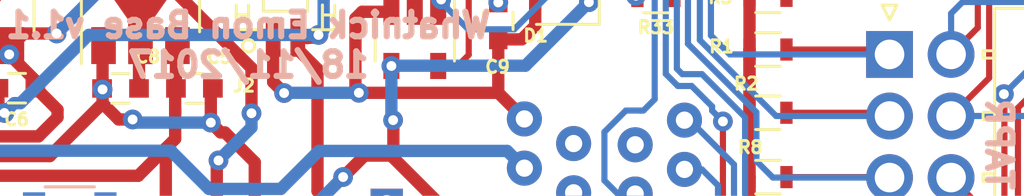
<source format=kicad_pcb>
(kicad_pcb (version 20170919) (host pcbnew "(2017-09-19 revision dddaa7e69)-makepkg")
  (layers (0 F.Cu signal hide) (31 B.Cu signal hide) (34 B.Paste user hide) (35 F.Paste user hide) (36 B.SilkS user) (37 F.SilkS user hide) (38 B.Mask user hide) (39 F.Mask user hide) (44 Edge.Cuts user hide))
  (net 0 "")
  (net 1 UA)
  (net 2 UN)
  (net 3 UB)
  (net 4 UC)
  (net 5 GNDA)
  (net 6 +5V)
  (net 7 GNDPWR)
  (net 8 +5V_ISO)
  (net 9 IA1+)
  (net 10 IA1-)
  (net 11 IC1+)
  (net 12 IC1-)
  (net 13 IB1+)
  (net 14 IN1+)
  (net 15 IN1-)
  (net 16 IA2+)
  (net 17 IA2-)
  (net 18 IC2+)
  (net 19 IC2-)
  (net 20 IB2-)
  (net 21 IB1-)
  (net 22 IN2-)
  (net 23 IB2+)
  (net 24 UA_SAMP)
  (net 25 UC_SAMP)
  (net 26 UB_SAMP)
  (net 27 IN2+)
  (net 28 +3.3V_ISO)
  (net 29 +3V3)
  (net 30 "Net-(R32-Pad1)")
  (net 31 "Net-(R33-Pad2)")
  (net 32 "Net-(D2-Pad1)")
  (net 33 VBAT)
  (net 34 /UN_IN)
  (net 35 /ua_1)
  (net 36 /ua_2)
  (net 37 /uc_2)
  (net 38 /uc_1)
  (net 39 /ub_1)
  (net 40 /uc_3)
  (net 41 /ub_2)
  (net 42 /ua_3)
  (net 43 /ub_3)
  (net 44 "Net-(J4-Pad10)")
  (net 45 "Net-(J4-Pad14)")
  (net 46 "Net-(J4-Pad16)")
  (net 47 "Net-(J4-Pad18)")
  (net 48 "Net-(J4-Pad20)")
  (net 49 "Net-(J4-Pad12)")
  (net 50 "Net-(J4-Pad22)")
  (net 51 "Net-(J4-Pad28)")
  (net 52 "Net-(J4-Pad26)")
  (net 53 "Net-(J4-Pad24)")
  (net 54 "Net-(J1-Pad4)")
  (net 55 "Net-(J1-Pad2)")
  (module Symbols:OSHW-Symbol_6.7x6mm_SilkScreen (layer B.Cu) (at 188.214 54.483 90)
    (fp_text reference LOGO_OSHW1 hide)
    (fp_text value Logo_Open_Hardware_Small hide)
  )
  (module Connectors_JST:JST_SH_BM02B-SRSS-TB_02x1.00mm_Straight (layer F.Cu) (at 155.178 48.7574)
    (fp_text reference J2 (at -1.68 3.21) (layer F.SilkS) (effects (font (size 0.5 0.5) (thickness 0.12))))
    (fp_text value VBAT)
    (pad "" smd rect (at 1.8 -1.2625) (size 1.2 1.8) (layers F.Cu F.Paste F.Mask))
    (pad "" smd rect (at -1.8 -1.2625) (size 1.2 1.8) (layers F.Cu F.Paste F.Mask))
    (pad 2 smd rect (at 0.5 1.2625) (size 0.6 1.55) (layers F.Cu F.Paste F.Mask) (net 7 GNDPWR))
    (pad 1 smd rect (at -0.5 1.2625) (size 0.6 1.55) (layers F.Cu F.Paste F.Mask) (net 33 VBAT))
  )
  (module Connectors_Molex:Molex_NanoFit_2x04x2.50mm_Angled (layer F.Cu) (at 179.705 50.6984 270)
    (fp_text reference J5 (at -3.048 -7.493) (layer F.SilkS) (effects (font (size 0.5 0.5) (thickness 0.12))))
    (fp_text value CONN_01X08)
    (pad 1 thru_hole rect (at 0 0 270) (size 1.9 1.9) (drill 1.2) (layers *.Cu *.Mask) (net 9 IA1+))
    (pad 2 thru_hole circle (at 2.5 0 270) (size 1.9 1.9) (drill 1.2) (layers *.Cu *.Mask) (net 10 IA1-))
    (pad 3 thru_hole circle (at 5 0 270) (size 1.9 1.9) (drill 1.2) (layers *.Cu *.Mask) (net 13 IB1+))
    (pad 4 thru_hole circle (at 7.5 0 270) (size 1.9 1.9) (drill 1.2) (layers *.Cu *.Mask) (net 21 IB1-))
    (pad 5 thru_hole circle (at 0 -2.5 270) (size 1.9 1.9) (drill 1.2) (layers *.Cu *.Mask) (net 11 IC1+))
    (pad 6 thru_hole circle (at 2.5 -2.5 270) (size 1.9 1.9) (drill 1.2) (layers *.Cu *.Mask) (net 12 IC1-))
    (pad 7 thru_hole circle (at 5 -2.5 270) (size 1.9 1.9) (drill 1.2) (layers *.Cu *.Mask) (net 14 IN1+))
    (pad 8 thru_hole circle (at 7.5 -2.5 270) (size 1.9 1.9) (drill 1.2) (layers *.Cu *.Mask) (net 15 IN1-))
    (pad "" np_thru_hole circle (at 0 -9.68 270) (size 1.6 1.6) (drill 1.6) (layers *.Cu *.Mask))
    (pad "" np_thru_hole circle (at 7.5 -9.68 270) (size 1.6 1.6) (drill 1.6) (layers *.Cu *.Mask))
  )
  (module Connectors_Molex:Molex_NanoFit_2x04x2.50mm_Angled (layer F.Cu) (at 179.705 64.7954 270)
    (fp_text reference J3 (at 11.303 -7.366) (layer F.SilkS) (effects (font (size 0.5 0.5) (thickness 0.12))))
    (fp_text value CONN_01X08)
    (pad "" np_thru_hole circle (at 7.5 -9.68 270) (size 1.6 1.6) (drill 1.6) (layers *.Cu *.Mask))
    (pad "" np_thru_hole circle (at 0 -9.68 270) (size 1.6 1.6) (drill 1.6) (layers *.Cu *.Mask))
    (pad 8 thru_hole circle (at 7.5 -2.5 270) (size 1.9 1.9) (drill 1.2) (layers *.Cu *.Mask) (net 22 IN2-))
    (pad 7 thru_hole circle (at 5 -2.5 270) (size 1.9 1.9) (drill 1.2) (layers *.Cu *.Mask) (net 27 IN2+))
    (pad 6 thru_hole circle (at 2.5 -2.5 270) (size 1.9 1.9) (drill 1.2) (layers *.Cu *.Mask) (net 19 IC2-))
    (pad 5 thru_hole circle (at 0 -2.5 270) (size 1.9 1.9) (drill 1.2) (layers *.Cu *.Mask) (net 18 IC2+))
    (pad 4 thru_hole circle (at 7.5 0 270) (size 1.9 1.9) (drill 1.2) (layers *.Cu *.Mask) (net 20 IB2-))
    (pad 3 thru_hole circle (at 5 0 270) (size 1.9 1.9) (drill 1.2) (layers *.Cu *.Mask) (net 23 IB2+))
    (pad 2 thru_hole circle (at 2.5 0 270) (size 1.9 1.9) (drill 1.2) (layers *.Cu *.Mask) (net 17 IA2-))
    (pad 1 thru_hole rect (at 0 0 270) (size 1.9 1.9) (drill 1.2) (layers *.Cu *.Mask) (net 16 IA2+))
  )
  (module Connectors_Phoenix:PhoenixContact_MC-G_06x5.08mm_Angled (layer F.Cu) (at 110.49 49.1744 270)
    (fp_text reference J1 (at 12.7 -2.8 270) (layer F.SilkS) (effects (font (size 0.5 0.5) (thickness 0.12))))
    (fp_text value CONN_01X06)
    (pad 6 thru_hole oval (at 25.4 0 270) (size 1.8 3.6) (drill 1.2) (layers *.Cu *.Mask) (net 2 UN))
    (pad 5 thru_hole oval (at 20.32 0 270) (size 1.8 3.6) (drill 1.2) (layers *.Cu *.Mask) (net 4 UC))
    (pad 4 thru_hole oval (at 15.24 0 270) (size 1.8 3.6) (drill 1.2) (layers *.Cu *.Mask) (net 54 "Net-(J1-Pad4)"))
    (pad 3 thru_hole oval (at 10.16 0 270) (size 1.8 3.6) (drill 1.2) (layers *.Cu *.Mask) (net 3 UB))
    (pad 2 thru_hole oval (at 5.08 0 270) (size 1.8 3.6) (drill 1.2) (layers *.Cu *.Mask) (net 55 "Net-(J1-Pad2)"))
    (pad 1 thru_hole rect (at 0 0 270) (size 1.8 3.6) (drill 1.2) (layers *.Cu *.Mask) (net 1 UA))
  )
  (module Resistors_SMD:R_0603 (layer F.Cu) (at 174.77 48.32)
    (fp_text reference R3 (at -1.93 0.06) (layer F.SilkS) (effects (font (size 0.5 0.5) (thickness 0.12))))
    (fp_text value R)
    (pad 1 smd rect (at -0.75 0) (size 0.5 0.9) (layers F.Cu F.Paste F.Mask) (net 5 GNDA))
    (pad 2 smd rect (at 0.75 0) (size 0.5 0.9) (layers F.Cu F.Paste F.Mask) (net 11 IC1+))
  )
  (module Resistors_SMD:R_0603 (layer F.Cu) (at 174.77 61.45 180)
    (fp_text reference R11 (at 0.68 1.43 180) (layer F.SilkS) (effects (font (size 0.5 0.5) (thickness 0.12))))
    (fp_text value R)
    (pad 2 smd rect (at 0.75 0 180) (size 0.5 0.9) (layers F.Cu F.Paste F.Mask) (net 5 GNDA))
    (pad 1 smd rect (at -0.75 0 180) (size 0.5 0.9) (layers F.Cu F.Paste F.Mask) (net 15 IN1-))
  )
  (module Resistors_SMD:R_0603 (layer F.Cu) (at 182.51 61.44)
    (fp_text reference R10 (at -1.7 0.02 90) (layer F.SilkS) (effects (font (size 0.5 0.5) (thickness 0.12))))
    (fp_text value R)
    (pad 1 smd rect (at -0.75 0) (size 0.5 0.9) (layers F.Cu F.Paste F.Mask) (net 5 GNDA))
    (pad 2 smd rect (at 0.75 0) (size 0.5 0.9) (layers F.Cu F.Paste F.Mask) (net 14 IN1+))
  )
  (module Resistors_SMD:R_0603 (layer F.Cu) (at 174.77 58.2 180)
    (fp_text reference R9 (at 0.69 1.16 180) (layer F.SilkS) (effects (font (size 0.5 0.5) (thickness 0.12))))
    (fp_text value R)
    (pad 2 smd rect (at 0.75 0 180) (size 0.5 0.9) (layers F.Cu F.Paste F.Mask) (net 5 GNDA))
    (pad 1 smd rect (at -0.75 0 180) (size 0.5 0.9) (layers F.Cu F.Paste F.Mask) (net 21 IB1-))
  )
  (module Resistors_SMD:R_0603 (layer F.Cu) (at 174.77 55.68)
    (fp_text reference R8 (at -0.72 -1.21) (layer F.SilkS) (effects (font (size 0.5 0.5) (thickness 0.12))))
    (fp_text value R)
    (pad 1 smd rect (at -0.75 0) (size 0.5 0.9) (layers F.Cu F.Paste F.Mask) (net 5 GNDA))
    (pad 2 smd rect (at 0.75 0) (size 0.5 0.9) (layers F.Cu F.Paste F.Mask) (net 13 IB1+))
  )
  (module Resistors_SMD:R_0603 (layer F.Cu) (at 174.768 53.0674 180)
    (fp_text reference R2 (at 0.88 1.18 180) (layer F.SilkS) (effects (font (size 0.5 0.5) (thickness 0.12))))
    (fp_text value R)
    (pad 2 smd rect (at 0.75 0 180) (size 0.5 0.9) (layers F.Cu F.Paste F.Mask) (net 5 GNDA))
    (pad 1 smd rect (at -0.75 0 180) (size 0.5 0.9) (layers F.Cu F.Paste F.Mask) (net 10 IA1-))
  )
  (module Resistors_SMD:R_0603 (layer F.Cu) (at 174.77 46.42 180)
    (fp_text reference R4 (at -1.95 0.02 180) (layer F.SilkS) (effects (font (size 0.5 0.5) (thickness 0.12))))
    (fp_text value R)
    (pad 1 smd rect (at -0.75 0 180) (size 0.5 0.9) (layers F.Cu F.Paste F.Mask) (net 12 IC1-))
    (pad 2 smd rect (at 0.75 0 180) (size 0.5 0.9) (layers F.Cu F.Paste F.Mask) (net 5 GNDA))
  )
  (module Resistors_SMD:R_0603 (layer F.Cu) (at 174.77 50.5)
    (fp_text reference R1 (at -1.89 -0.12) (layer F.SilkS) (effects (font (size 0.5 0.5) (thickness 0.12))))
    (fp_text value R)
    (pad 1 smd rect (at -0.75 0) (size 0.5 0.9) (layers F.Cu F.Paste F.Mask) (net 5 GNDA))
    (pad 2 smd rect (at 0.75 0) (size 0.5 0.9) (layers F.Cu F.Paste F.Mask) (net 9 IA1+))
  )
  (module Resistors_SMD:R_1206 (layer B.Cu) (at 140.288 57.1474 180)
    (fp_text reference R15 (at 0.01 -1.695 180) (layer B.SilkS) (effects (font (size 0.5 0.5) (thickness 0.12)) (justify mirror)))
    (fp_text value R)
    (pad 2 smd rect (at 1.45 0 180) (size 0.9 1.7) (layers B.Cu B.Paste B.Mask) (net 36 /ua_2))
    (pad 1 smd rect (at -1.45 0 180) (size 0.9 1.7) (layers B.Cu B.Paste B.Mask) (net 42 /ua_3))
  )
  (module Resistors_SMD:R_1206 (layer B.Cu) (at 155.338 67.0974 180)
    (fp_text reference R24 (at 0.017 1.5654 180) (layer B.SilkS) (effects (font (size 0.5 0.5) (thickness 0.12)) (justify mirror)))
    (fp_text value 220K)
    (pad 2 smd rect (at 1.45 0 180) (size 0.9 1.7) (layers B.Cu B.Paste B.Mask) (net 40 /uc_3))
    (pad 1 smd rect (at -1.45 0 180) (size 0.9 1.7) (layers B.Cu B.Paste B.Mask) (net 25 UC_SAMP))
  )
  (module Resistors_SMD:R_1206 (layer B.Cu) (at 151.938 75.7774 180)
    (fp_text reference R23 (at 0 1.6094 180) (layer B.SilkS) (effects (font (size 0.5 0.5) (thickness 0.12)) (justify mirror)))
    (fp_text value 220K)
    (pad 1 smd rect (at -1.45 0 180) (size 0.9 1.7) (layers B.Cu B.Paste B.Mask) (net 26 UB_SAMP))
    (pad 2 smd rect (at 1.45 0 180) (size 0.9 1.7) (layers B.Cu B.Paste B.Mask) (net 43 /ub_3))
  )
  (module Resistors_SMD:R_1206 (layer B.Cu) (at 146.418 57.1474 180)
    (fp_text reference R22 (at -0.35 -1.695 180) (layer B.SilkS) (effects (font (size 0.5 0.5) (thickness 0.12)) (justify mirror)))
    (fp_text value 220K)
    (pad 1 smd rect (at -1.45 0 180) (size 0.9 1.7) (layers B.Cu B.Paste B.Mask) (net 24 UA_SAMP))
    (pad 2 smd rect (at 1.45 0 180) (size 0.9 1.7) (layers B.Cu B.Paste B.Mask) (net 42 /ua_3))
  )
  (module Resistors_SMD:R_1206 (layer B.Cu) (at 149.148 67.1074 180)
    (fp_text reference R17 (at 0 1.5754 180) (layer B.SilkS) (effects (font (size 0.5 0.5) (thickness 0.12)) (justify mirror)))
    (fp_text value R)
    (pad 1 smd rect (at -1.45 0 180) (size 0.9 1.7) (layers B.Cu B.Paste B.Mask) (net 40 /uc_3))
    (pad 2 smd rect (at 1.45 0 180) (size 0.9 1.7) (layers B.Cu B.Paste B.Mask) (net 37 /uc_2))
  )
  (module Resistors_SMD:R_1206 (layer B.Cu) (at 145.528 75.7774 180)
    (fp_text reference R16 (at 0 1.6094 180) (layer B.SilkS) (effects (font (size 0.5 0.5) (thickness 0.12)) (justify mirror)))
    (fp_text value R)
    (pad 2 smd rect (at 1.45 0 180) (size 0.9 1.7) (layers B.Cu B.Paste B.Mask) (net 41 /ub_2))
    (pad 1 smd rect (at -1.45 0 180) (size 0.9 1.7) (layers B.Cu B.Paste B.Mask) (net 43 /ub_3))
  )
  (module Resistors_SMD:R_1206 (layer B.Cu) (at 138.648 75.7774 180)
    (fp_text reference R13 (at 0 1.6094 180) (layer B.SilkS) (effects (font (size 0.5 0.5) (thickness 0.12)) (justify mirror)))
    (fp_text value R)
    (pad 1 smd rect (at -1.45 0 180) (size 0.9 1.7) (layers B.Cu B.Paste B.Mask) (net 41 /ub_2))
    (pad 2 smd rect (at 1.45 0 180) (size 0.9 1.7) (layers B.Cu B.Paste B.Mask) (net 39 /ub_1))
  )
  (module Resistors_SMD:R_1206 (layer B.Cu) (at 142.448 67.1074 180)
    (fp_text reference R14 (at 0 1.5754 180) (layer B.SilkS) (effects (font (size 0.5 0.5) (thickness 0.12)) (justify mirror)))
    (fp_text value R)
    (pad 2 smd rect (at 1.45 0 180) (size 0.9 1.7) (layers B.Cu B.Paste B.Mask) (net 38 /uc_1))
    (pad 1 smd rect (at -1.45 0 180) (size 0.9 1.7) (layers B.Cu B.Paste B.Mask) (net 37 /uc_2))
  )
  (module TO_SOT_Packages_SMD:SOT-23-5 (layer F.Cu) (at 160.428 50.0674 270)
    (fp_text reference U1 (at -2.32 1.02) (layer F.SilkS) (effects (font (size 0.5 0.5) (thickness 0.12))))
    (fp_text value MCP73831-2-OT)
    (pad 5 smd rect (at 1.1 -0.95 270) (size 1.06 0.65) (layers F.Cu F.Paste F.Mask) (net 30 "Net-(R32-Pad1)"))
    (pad 4 smd rect (at 1.1 0.95 270) (size 1.06 0.65) (layers F.Cu F.Paste F.Mask) (net 6 +5V))
    (pad 3 smd rect (at -1.1 0.95 270) (size 1.06 0.65) (layers F.Cu F.Paste F.Mask) (net 33 VBAT))
    (pad 2 smd rect (at -1.1 0 270) (size 1.06 0.65) (layers F.Cu F.Paste F.Mask) (net 7 GNDPWR))
    (pad 1 smd rect (at -1.1 -0.95 270) (size 1.06 0.65) (layers F.Cu F.Paste F.Mask) (net 31 "Net-(R33-Pad2)"))
  )
  (module TO_SOT_Packages_SMD:SOT-89-3 (layer F.Cu) (at 142.568 48.86 90)
    (fp_text reference U2 (at 2.74 -1.98 180) (layer F.SilkS) (effects (font (size 0.5 0.5) (thickness 0.12))))
    (fp_text value TLV1117-33)
    (pad 2 smd trapezoid (at 2.667 0) (size 1.6 0.85) (rect_delta 0 0.6) (layers F.Cu F.Paste F.Mask) (net 29 +3V3))
    (pad 1 smd rect (at -1.48 -1.5) (size 1 1.5) (layers F.Cu F.Paste F.Mask) (net 7 GNDPWR))
    (pad 2 smd rect (at -1.3335 0) (size 1 1.8) (layers F.Cu F.Paste F.Mask) (net 29 +3V3))
    (pad 3 smd rect (at -1.48 1.5) (size 1 1.5) (layers F.Cu F.Paste F.Mask) (net 6 +5V))
    (pad 2 smd rect (at 1.3335 0) (size 2.2 1.84) (layers F.Cu F.Paste F.Mask) (net 29 +3V3))
    (pad 2 smd trapezoid (at -0.0762 0 180) (size 1.5 1) (rect_delta 0 0.7) (layers F.Cu F.Paste F.Mask) (net 29 +3V3))
  )
  (module TO_SOT_Packages_SMD:SOT-89-3 (layer F.Cu) (at 149.29 48.86 90)
    (fp_text reference U3 (at 2.77 -2.01 180) (layer F.SilkS) (effects (font (size 0.5 0.5) (thickness 0.12))))
    (fp_text value TLV1117-33)
    (pad 2 smd trapezoid (at -0.0762 0 180) (size 1.5 1) (rect_delta 0 0.7) (layers F.Cu F.Paste F.Mask) (net 28 +3.3V_ISO))
    (pad 2 smd rect (at 1.3335 0) (size 2.2 1.84) (layers F.Cu F.Paste F.Mask) (net 28 +3.3V_ISO))
    (pad 3 smd rect (at -1.48 1.5) (size 1 1.5) (layers F.Cu F.Paste F.Mask) (net 8 +5V_ISO))
    (pad 2 smd rect (at -1.3335 0) (size 1 1.8) (layers F.Cu F.Paste F.Mask) (net 28 +3.3V_ISO))
    (pad 1 smd rect (at -1.48 -1.5) (size 1 1.5) (layers F.Cu F.Paste F.Mask) (net 5 GNDA))
    (pad 2 smd trapezoid (at 2.667 0) (size 1.6 0.85) (rect_delta 0 0.6) (layers F.Cu F.Paste F.Mask) (net 28 +3.3V_ISO))
  )
  (module Whatnick_logo:Whatnick_logo (layer B.Cu) (at 187.706 68.58 90)
    (fp_text reference G1 hide)
    (fp_text value LOGO hide)
  )
  (module hi-link_smps:HKLPM01 (layer F.Cu) (at 144.588 64.5074)
    (fp_text reference U4 (at -15.24 -7.62) (layer F.SilkS) (effects (font (size 0.5 0.5) (thickness 0.12)) (justify left bottom)))
    (fp_text value Hi-Link_SMPS (at 1.74752 -0.70612) (layer F.SilkS))
    (pad 4 thru_hole rect (at 14.7 7.7) (size 1.308 1.308) (drill 0.8) (layers *.Cu *.Mask) (net 6 +5V))
    (pad 3 thru_hole rect (at 14.7 -7.7) (size 1.308 1.308) (drill 0.8) (layers *.Cu *.Mask) (net 7 GNDPWR))
    (pad 2 thru_hole rect (at -14.7 2.5) (size 1.308 1.308) (drill 0.8) (layers *.Cu *.Mask) (net 34 /UN_IN))
    (pad 1 thru_hole rect (at -14.7 -2.5) (size 1.308 1.308) (drill 0.8) (layers *.Cu *.Mask) (net 4 UC))
  )
  (module hi-link_smps:PCIE-36-SKT (layer B.Cu) (at 168.128 60.7174 90)
    (fp_text reference J4 (at -14.746 0.528 -180) (layer B.SilkS) (effects (font (size 0.5 0.5) (thickness 0.12)) (justify left bottom mirror)))
    (fp_text value CONN_02X18 hide)
    (pad 10 thru_hole circle (at -1.65 1.25 90) (size 1.4224 1.4224) (drill 0.7) (layers *.Cu *.Mask) (net 44 "Net-(J4-Pad10)"))
    (pad 29 thru_hole circle (at -3.65 1.25 90) (size 1.4224 1.4224) (drill 0.7) (layers *.Cu *.Mask) (net 17 IA2-))
    (pad 2 thru_hole circle (at -5.65 1.25 90) (size 1.4224 1.4224) (drill 0.7) (layers *.Cu *.Mask) (net 19 IC2-))
    (pad 21 thru_hole circle (at -7.65 1.25 90) (size 1.4224 1.4224) (drill 0.7) (layers *.Cu *.Mask) (net 12 IC1-))
    (pad 17 thru_hole circle (at -9.65 1.25 90) (size 1.4224 1.4224) (drill 0.7) (layers *.Cu *.Mask) (net 21 IB1-))
    (pad 13 thru_hole circle (at -11.65 1.25 90) (size 1.4224 1.4224) (drill 0.7) (layers *.Cu *.Mask) (net 10 IA1-))
    (pad 11 thru_hole circle (at -10.65 3.25 90) (size 1.4224 1.4224) (drill 0.7) (layers *.Cu *.Mask) (net 9 IA1+))
    (pad 15 thru_hole circle (at -8.65 3.25 90) (size 1.4224 1.4224) (drill 0.7) (layers *.Cu *.Mask) (net 13 IB1+))
    (pad 19 thru_hole circle (at -6.65 3.25 90) (size 1.4224 1.4224) (drill 0.7) (layers *.Cu *.Mask) (net 11 IC1+))
    (pad 35 thru_hole circle (at -4.65 3.25 90) (size 1.4224 1.4224) (drill 0.7) (layers *.Cu *.Mask) (net 18 IC2+))
    (pad 27 thru_hole circle (at -2.65 3.25 90) (size 1.4224 1.4224) (drill 0.7) (layers *.Cu *.Mask) (net 16 IA2+))
    (pad 8 thru_hole circle (at -11.6 -1.25 270) (size 1.4224 1.4224) (drill 0.7) (layers *.Cu *.Mask) (net 28 +3.3V_ISO))
    (pad 14 thru_hole circle (at -9.6 -1.25 270) (size 1.4224 1.4224) (drill 0.7) (layers *.Cu *.Mask) (net 45 "Net-(J4-Pad14)"))
    (pad 16 thru_hole circle (at -7.6 -1.25 270) (size 1.4224 1.4224) (drill 0.7) (layers *.Cu *.Mask) (net 46 "Net-(J4-Pad16)"))
    (pad 18 thru_hole circle (at -5.6 -1.25 270) (size 1.4224 1.4224) (drill 0.7) (layers *.Cu *.Mask) (net 47 "Net-(J4-Pad18)"))
    (pad 20 thru_hole circle (at -3.6 -1.25 270) (size 1.4224 1.4224) (drill 0.7) (layers *.Cu *.Mask) (net 48 "Net-(J4-Pad20)"))
    (pad 12 thru_hole circle (at -1.6 -1.25 270) (size 1.4224 1.4224) (drill 0.7) (layers *.Cu *.Mask) (net 49 "Net-(J4-Pad12)"))
    (pad 9 thru_hole circle (at -2.6 -3.25 270) (size 1.4224 1.4224) (drill 0.7) (layers *.Cu *.Mask) (net 8 +5V_ISO))
    (pad 7 thru_hole circle (at -4.6 -3.25 270) (size 1.4224 1.4224) (drill 0.7) (layers *.Cu *.Mask) (net 5 GNDA))
    (pad 5 thru_hole circle (at -6.6 -3.25 270) (size 1.4224 1.4224) (drill 0.7) (layers *.Cu *.Mask) (net 24 UA_SAMP))
    (pad 3 thru_hole circle (at -8.6 -3.25 270) (size 1.4224 1.4224) (drill 0.7) (layers *.Cu *.Mask) (net 26 UB_SAMP))
    (pad 1 thru_hole circle (at -10.6 -3.25 270) (size 1.4224 1.4224) (drill 0.7) (layers *.Cu *.Mask) (net 25 UC_SAMP))
    (pad 6 thru_hole circle (at 7.35 3.25 90) (size 1.4224 1.4224) (drill 0.7) (layers *.Cu *.Mask) (net 22 IN2-))
    (pad 4 thru_hole circle (at 5.35 3.25 90) (size 1.4224 1.4224) (drill 0.7) (layers *.Cu *.Mask) (net 27 IN2+))
    (pad 25 thru_hole circle (at 3.35 3.25 90) (size 1.4224 1.4224) (drill 0.7) (layers *.Cu *.Mask) (net 15 IN1-))
    (pad 23 thru_hole circle (at 1.35 3.25 90) (size 1.4224 1.4224) (drill 0.7) (layers *.Cu *.Mask) (net 14 IN1+))
    (pad 31 thru_hole circle (at 2.35 1.25 90) (size 1.4224 1.4224) (drill 0.7) (layers *.Cu *.Mask) (net 23 IB2+))
    (pad 33 thru_hole circle (at 4.35 1.25 90) (size 1.4224 1.4224) (drill 0.7) (layers *.Cu *.Mask) (net 20 IB2-))
    (pad 22 thru_hole circle (at 6.35 1.25 90) (size 1.4224 1.4224) (drill 0.7) (layers *.Cu *.Mask) (net 50 "Net-(J4-Pad22)"))
    (pad 36 thru_hole circle (at 1.4 -3.25 270) (size 1.4224 1.4224) (drill 0.7) (layers *.Cu *.Mask) (net 7 GNDPWR))
    (pad 34 thru_hole circle (at 3.4 -3.25 270) (size 1.4224 1.4224) (drill 0.7) (layers *.Cu *.Mask) (net 6 +5V))
    (pad 32 thru_hole circle (at 5.4 -3.25 270) (size 1.4224 1.4224) (drill 0.7) (layers *.Cu *.Mask) (net 29 +3V3))
    (pad 30 thru_hole circle (at 7.4 -3.25 270) (size 1.4224 1.4224) (drill 0.7) (layers *.Cu *.Mask) (net 33 VBAT))
    (pad 28 thru_hole circle (at 6.4 -1.25 270) (size 1.4224 1.4224) (drill 0.7) (layers *.Cu *.Mask) (net 51 "Net-(J4-Pad28)"))
    (pad 26 thru_hole circle (at 4.4 -1.25 270) (size 1.4224 1.4224) (drill 0.7) (layers *.Cu *.Mask) (net 52 "Net-(J4-Pad26)"))
    (pad 24 thru_hole circle (at 2.4 -1.25 270) (size 1.4224 1.4224) (drill 0.7) (layers *.Cu *.Mask) (net 53 "Net-(J4-Pad24)"))
    (pad "" np_thru_hole circle (at 0 0 90) (size 2.35 2.35) (drill 2.35) (layers *.Cu))
    (pad "" np_thru_hole circle (at 9.15 0 90) (size 2.35 2.35) (drill 2.35) (layers *.Cu))
  )
  (module hi-link_smps:SIP4 (layer F.Cu) (at 131.191 48.133 180)
    (fp_text reference U5 (at 7.366 -1.143 180) (layer F.SilkS) (effects (font (size 0.5 0.5) (thickness 0.12))))
    (fp_text value dc-dc hide)
    (pad 4 thru_hole circle (at 3.81 0 180) (size 1.8 1.8) (drill 0.9) (layers *.Cu *.Mask F.SilkS) (net 8 +5V_ISO))
    (pad 3 thru_hole circle (at 1.27 0 180) (size 1.8 1.8) (drill 0.9) (layers *.Cu *.Mask F.SilkS) (net 5 GNDA))
    (pad 2 thru_hole circle (at -1.27 0 180) (size 1.8 1.8) (drill 0.9) (layers *.Cu *.Mask F.SilkS) (net 6 +5V))
    (pad 1 thru_hole rect (at -3.81 0 180) (size 1.8 1.8) (drill 0.9) (layers *.Cu *.Mask F.SilkS) (net 7 GNDPWR))
  )
  (module Inductors_SMD:L_1206 (layer F.Cu) (at 121.948 47.3674 180)
    (fp_text reference L1 (at 3.61 0.43 180) (layer F.SilkS) (effects (font (size 0.5 0.5) (thickness 0.12))))
    (fp_text value Ferrite_Bead_Small)
    (pad 2 smd rect (at 1.45 0 180) (size 0.9 1.7) (layers F.Cu F.Paste F.Mask) (net 2 UN))
    (pad 1 smd rect (at -1.45 0 180) (size 0.9 1.7) (layers F.Cu F.Paste F.Mask) (net 5 GNDA))
  )
  (module Resistors_SMD:R_0603 (layer F.Cu) (at 163.368 46.6374)
    (fp_text reference R32 (at -2.177142 -0.254) (layer F.SilkS) (effects (font (size 0.5 0.5) (thickness 0.12))))
    (fp_text value 2K)
    (pad 2 smd rect (at 0.75 0) (size 0.5 0.9) (layers F.Cu F.Paste F.Mask) (net 7 GNDPWR))
    (pad 1 smd rect (at -0.75 0) (size 0.5 0.9) (layers F.Cu F.Paste F.Mask) (net 30 "Net-(R32-Pad1)"))
  )
  (module Resistors_SMD:R_0603 (layer F.Cu) (at 170.218 48.3274 180)
    (fp_text reference R33 (at 0 -1.27 180) (layer F.SilkS) (effects (font (size 0.5 0.5) (thickness 0.12))))
    (fp_text value 470R)
    (pad 2 smd rect (at 0.75 0 180) (size 0.5 0.9) (layers F.Cu F.Paste F.Mask) (net 31 "Net-(R33-Pad2)"))
    (pad 1 smd rect (at -0.75 0 180) (size 0.5 0.9) (layers F.Cu F.Paste F.Mask) (net 32 "Net-(D2-Pad1)"))
  )
  (module Resistors_SMD:R_1206 (layer B.Cu) (at 133.731 63.373 90)
    (fp_text reference R7 (at 0 1.85 90) (layer B.SilkS) (effects (font (size 0.5 0.5) (thickness 0.12)) (justify mirror)))
    (fp_text value R)
    (pad 1 smd rect (at -1.45 0 90) (size 0.9 1.7) (layers B.Cu B.Paste B.Mask) (net 38 /uc_1))
    (pad 2 smd rect (at 1.45 0 90) (size 0.9 1.7) (layers B.Cu B.Paste B.Mask) (net 4 UC))
  )
  (module Resistors_SMD:R_1206 (layer B.Cu) (at 115.57 52.07 90)
    (fp_text reference R5 (at 0 1.905 90) (layer B.SilkS) (effects (font (size 0.5 0.5) (thickness 0.12)) (justify mirror)))
    (fp_text value R)
    (pad 1 smd rect (at -1.45 0 90) (size 0.9 1.7) (layers B.Cu B.Paste B.Mask) (net 35 /ua_1))
    (pad 2 smd rect (at 1.45 0 90) (size 0.9 1.7) (layers B.Cu B.Paste B.Mask) (net 1 UA))
  )
  (module Resistors_SMD:R_1206 (layer B.Cu) (at 134.188 57.1474 180)
    (fp_text reference R12 (at 0.04 -1.695 180) (layer B.SilkS) (effects (font (size 0.5 0.5) (thickness 0.12)) (justify mirror)))
    (fp_text value R)
    (pad 2 smd rect (at 1.45 0 180) (size 0.9 1.7) (layers B.Cu B.Paste B.Mask) (net 35 /ua_1))
    (pad 1 smd rect (at -1.45 0 180) (size 0.9 1.7) (layers B.Cu B.Paste B.Mask) (net 36 /ua_2))
  )
  (module Resistors_SMD:R_1206 (layer B.Cu) (at 118.872 68.072 90)
    (fp_text reference R6 (at 0.127 1.778 90) (layer B.SilkS) (effects (font (size 0.5 0.5) (thickness 0.12)) (justify mirror)))
    (fp_text value R)
    (pad 1 smd rect (at -1.45 0 90) (size 0.9 1.7) (layers B.Cu B.Paste B.Mask) (net 39 /ub_1))
    (pad 2 smd rect (at 1.45 0 90) (size 0.9 1.7) (layers B.Cu B.Paste B.Mask) (net 3 UB))
  )
  (module Capacitors_SMD:C_0603 (layer F.Cu) (at 166.768 46.5874 180)
    (fp_text reference C4 (at 1.73 -0.57) (layer F.SilkS) (effects (font (size 0.5 0.5) (thickness 0.12))))
    (fp_text value 1uF)
    (pad 1 smd rect (at -0.75 0 180) (size 0.8 0.75) (layers F.Cu F.Paste F.Mask) (net 6 +5V))
    (pad 2 smd rect (at 0.75 0 180) (size 0.8 0.75) (layers F.Cu F.Paste F.Mask) (net 7 GNDPWR))
  )
  (module Capacitors_SMD:C_0603 (layer F.Cu) (at 151.48 52.08)
    (fp_text reference C5 (at 1.01 -1.27) (layer F.SilkS) (effects (font (size 0.5 0.5) (thickness 0.12))))
    (fp_text value 1uF)
    (pad 2 smd rect (at 0.75 0) (size 0.8 0.75) (layers F.Cu F.Paste F.Mask) (net 5 GNDA))
    (pad 1 smd rect (at -0.75 0) (size 0.8 0.75) (layers F.Cu F.Paste F.Mask) (net 8 +5V_ISO))
  )
  (module Capacitors_SMD:C_0603 (layer F.Cu) (at 144.272 52.07 180)
    (fp_text reference C6 (at 0.012 -1.27 180) (layer F.SilkS) (effects (font (size 0.5 0.5) (thickness 0.12))))
    (fp_text value 1uF)
    (pad 2 smd rect (at 0.75 0 180) (size 0.8 0.75) (layers F.Cu F.Paste F.Mask) (net 7 GNDPWR))
    (pad 1 smd rect (at -0.75 0 180) (size 0.8 0.75) (layers F.Cu F.Paste F.Mask) (net 6 +5V))
  )
  (module Capacitors_SMD:C_0603 (layer F.Cu) (at 140.843 52.07 180)
    (fp_text reference C7 (at 0.127 -1.143 180) (layer F.SilkS) (effects (font (size 0.5 0.5) (thickness 0.12))))
    (fp_text value 1uF)
    (pad 1 smd rect (at -0.75 0 180) (size 0.8 0.75) (layers F.Cu F.Paste F.Mask) (net 29 +3V3))
    (pad 2 smd rect (at 0.75 0 180) (size 0.8 0.75) (layers F.Cu F.Paste F.Mask) (net 7 GNDPWR))
  )
  (module Capacitors_SMD:C_0603 (layer F.Cu) (at 148.48 52.08 180)
    (fp_text reference C8 (at -1.11 1.29 180) (layer F.SilkS) (effects (font (size 0.5 0.5) (thickness 0.12))))
    (fp_text value 1uF)
    (pad 1 smd rect (at -0.75 0 180) (size 0.8 0.75) (layers F.Cu F.Paste F.Mask) (net 28 +3.3V_ISO))
    (pad 2 smd rect (at 0.75 0 180) (size 0.8 0.75) (layers F.Cu F.Paste F.Mask) (net 5 GNDA))
  )
  (module Capacitors_SMD:C_0603 (layer F.Cu) (at 163.818 49.3374 270)
    (fp_text reference C9 (at 1.87 0.03) (layer F.SilkS) (effects (font (size 0.5 0.5) (thickness 0.12))))
    (fp_text value 1uF)
    (pad 2 smd rect (at 0.75 0 270) (size 0.8 0.75) (layers F.Cu F.Paste F.Mask) (net 33 VBAT))
    (pad 1 smd rect (at -0.75 0 270) (size 0.8 0.75) (layers F.Cu F.Paste F.Mask) (net 7 GNDPWR))
  )
  (module Diodes_SMD:D_SOD-323F (layer F.Cu) (at 166.418 48.6274 180)
    (fp_text reference D1 (at 1.08 -1.31) (layer F.SilkS) (effects (font (size 0.5 0.5) (thickness 0.12))))
    (fp_text value D_Schottky)
    (pad 2 smd rect (at 1.1 0 180) (size 0.5 0.5) (layers F.Cu F.Paste F.Mask) (net 33 VBAT))
    (pad 1 smd rect (at -1.1 0 180) (size 0.5 0.5) (layers F.Cu F.Paste F.Mask) (net 6 +5V))
  )
  (module LEDs:LED_0603 (layer F.Cu) (at 170.158 46.5874 180)
    (fp_text reference D2 (at -2.286 0 180) (layer F.SilkS) (effects (font (size 0.5 0.5) (thickness 0.12))))
    (fp_text value LED)
    (pad 1 smd rect (at -0.8 0) (size 0.8 0.8) (layers F.Cu F.Paste F.Mask) (net 32 "Net-(D2-Pad1)"))
    (pad 2 smd rect (at 0.8 0) (size 0.8 0.8) (layers F.Cu F.Paste F.Mask) (net 6 +5V))
  )
  (module Capacitors_SMD:C_0603 (layer B.Cu) (at 160.918 69.1274)
    (fp_text reference C2 (at -2.168 -0.0394) (layer B.SilkS) (effects (font (size 0.5 0.5) (thickness 0.12)) (justify mirror)))
    (fp_text value C)
    (pad 2 smd rect (at 0.75 0) (size 0.8 0.75) (layers B.Cu B.Paste B.Mask) (net 5 GNDA))
    (pad 1 smd rect (at -0.75 0) (size 0.8 0.75) (layers B.Cu B.Paste B.Mask) (net 25 UC_SAMP))
  )
  (module Capacitors_SMD:C_0603 (layer B.Cu) (at 161.788 60.3274 270)
    (fp_text reference C3 (at 2.1566 -0.01) (layer B.SilkS) (effects (font (size 0.5 0.5) (thickness 0.12)) (justify mirror)))
    (fp_text value C)
    (pad 2 smd rect (at 0.75 0 270) (size 0.8 0.75) (layers B.Cu B.Paste B.Mask) (net 5 GNDA))
    (pad 1 smd rect (at -0.75 0 270) (size 0.8 0.75) (layers B.Cu B.Paste B.Mask) (net 24 UA_SAMP))
  )
  (module Capacitors_SMD:C_0603 (layer B.Cu) (at 158.578 77.3774)
    (fp_text reference C1 (at -2.19 -0.03) (layer B.SilkS) (effects (font (size 0.5 0.5) (thickness 0.12)) (justify mirror)))
    (fp_text value C)
    (pad 2 smd rect (at 0.75 0) (size 0.8 0.75) (layers B.Cu B.Paste B.Mask) (net 5 GNDA))
    (pad 1 smd rect (at -0.75 0) (size 0.8 0.75) (layers B.Cu B.Paste B.Mask) (net 26 UB_SAMP))
  )
  (module Resistors_SMD:R_0603 (layer B.Cu) (at 160.918 67.1674 180)
    (fp_text reference R27 (at 2.295 -0.0156) (layer B.SilkS) (effects (font (size 0.5 0.5) (thickness 0.12)) (justify mirror)))
    (fp_text value R)
    (pad 1 smd rect (at -0.75 0 180) (size 0.5 0.9) (layers B.Cu B.Paste B.Mask) (net 5 GNDA))
    (pad 2 smd rect (at 0.75 0 180) (size 0.5 0.9) (layers B.Cu B.Paste B.Mask) (net 25 UC_SAMP))
  )
  (module Resistors_SMD:R_0603 (layer F.Cu) (at 174.77 67.28 180)
    (fp_text reference R19 (at 0.65 1.2 180) (layer F.SilkS) (effects (font (size 0.5 0.5) (thickness 0.12))))
    (fp_text value R)
    (pad 2 smd rect (at 0.75 0 180) (size 0.5 0.9) (layers F.Cu F.Paste F.Mask) (net 5 GNDA))
    (pad 1 smd rect (at -0.75 0 180) (size 0.5 0.9) (layers F.Cu F.Paste F.Mask) (net 17 IA2-))
  )
  (module Resistors_SMD:R_0603 (layer F.Cu) (at 179.1 61.45)
    (fp_text reference R20 (at -1.82 0.04 270) (layer F.SilkS) (effects (font (size 0.5 0.5) (thickness 0.12))))
    (fp_text value R)
    (pad 1 smd rect (at -0.75 0) (size 0.5 0.9) (layers F.Cu F.Paste F.Mask) (net 5 GNDA))
    (pad 2 smd rect (at 0.75 0) (size 0.5 0.9) (layers F.Cu F.Paste F.Mask) (net 18 IC2+))
  )
  (module Resistors_SMD:R_0603 (layer F.Cu) (at 185.99 61.44)
    (fp_text reference R21 (at -1.74 -0.04 90) (layer F.SilkS) (effects (font (size 0.5 0.5) (thickness 0.12))))
    (fp_text value R)
    (pad 2 smd rect (at 0.75 0) (size 0.5 0.9) (layers F.Cu F.Paste F.Mask) (net 5 GNDA))
    (pad 1 smd rect (at -0.75 0) (size 0.5 0.9) (layers F.Cu F.Paste F.Mask) (net 19 IC2-))
  )
  (module Resistors_SMD:R_0603 (layer B.Cu) (at 159.448 60.3274 90)
    (fp_text reference R25 (at -2.1566 -0.063 180) (layer B.SilkS) (effects (font (size 0.5 0.5) (thickness 0.12)) (justify mirror)))
    (fp_text value R)
    (pad 1 smd rect (at -0.75 0 90) (size 0.5 0.9) (layers B.Cu B.Paste B.Mask) (net 5 GNDA))
    (pad 2 smd rect (at 0.75 0 90) (size 0.5 0.9) (layers B.Cu B.Paste B.Mask) (net 24 UA_SAMP))
  )
  (module Resistors_SMD:R_0603 (layer B.Cu) (at 158.578 75.7774 180)
    (fp_text reference R26 (at 2.15 0.01 180) (layer B.SilkS) (effects (font (size 0.5 0.5) (thickness 0.12)) (justify mirror)))
    (fp_text value R)
    (pad 1 smd rect (at -0.75 0 180) (size 0.5 0.9) (layers B.Cu B.Paste B.Mask) (net 5 GNDA))
    (pad 2 smd rect (at 0.75 0 180) (size 0.5 0.9) (layers B.Cu B.Paste B.Mask) (net 26 UB_SAMP))
  )
  (module Resistors_SMD:R_0603 (layer F.Cu) (at 174.77 69.81)
    (fp_text reference R28 (at -0.65 -1.16) (layer F.SilkS) (effects (font (size 0.5 0.5) (thickness 0.12))))
    (fp_text value R)
    (pad 2 smd rect (at 0.75 0) (size 0.5 0.9) (layers F.Cu F.Paste F.Mask) (net 23 IB2+))
    (pad 1 smd rect (at -0.75 0) (size 0.5 0.9) (layers F.Cu F.Paste F.Mask) (net 5 GNDA))
  )
  (module Resistors_SMD:R_0603 (layer F.Cu) (at 174.77 74.5 180)
    (fp_text reference R31 (at 2.1 -0.76) (layer F.SilkS) (effects (font (size 0.5 0.5) (thickness 0.12))))
    (fp_text value R)
    (pad 1 smd rect (at -0.75 0 180) (size 0.5 0.9) (layers F.Cu F.Paste F.Mask) (net 22 IN2-))
    (pad 2 smd rect (at 0.75 0 180) (size 0.5 0.9) (layers F.Cu F.Paste F.Mask) (net 5 GNDA))
  )
  (module Resistors_SMD:R_0603 (layer F.Cu) (at 174.77 76.41)
    (fp_text reference R30 (at -2.12 0.98 180) (layer F.SilkS) (effects (font (size 0.5 0.5) (thickness 0.12))))
    (fp_text value R)
    (pad 2 smd rect (at 0.75 0) (size 0.5 0.9) (layers F.Cu F.Paste F.Mask) (net 27 IN2+))
    (pad 1 smd rect (at -0.75 0) (size 0.5 0.9) (layers F.Cu F.Paste F.Mask) (net 5 GNDA))
  )
  (module Resistors_SMD:R_0603 (layer F.Cu) (at 174.77 72.28 180)
    (fp_text reference R29 (at 0.52 1.19) (layer F.SilkS) (effects (font (size 0.5 0.5) (thickness 0.12))))
    (fp_text value R)
    (pad 1 smd rect (at -0.75 0 180) (size 0.5 0.9) (layers F.Cu F.Paste F.Mask) (net 20 IB2-))
    (pad 2 smd rect (at 0.75 0 180) (size 0.5 0.9) (layers F.Cu F.Paste F.Mask) (net 5 GNDA))
  )
  (module Resistors_SMD:R_0603 (layer F.Cu) (at 174.77 64.82)
    (fp_text reference R18 (at -0.62 -1.3 180) (layer F.SilkS) (effects (font (size 0.5 0.5) (thickness 0.12))))
    (fp_text value R)
    (pad 2 smd rect (at 0.75 0) (size 0.5 0.9) (layers F.Cu F.Paste F.Mask) (net 16 IA2+))
    (pad 1 smd rect (at -0.75 0) (size 0.5 0.9) (layers F.Cu F.Paste F.Mask) (net 5 GNDA))
  )
  (module Capacitors_THT:C_Disc_D10.0mm_W2.5mm_P5.00mm (layer F.Cu) (at 122.708 71.3074 225)
    (fp_text reference F1 (at 2.5 -2.31 225) (layer F.SilkS) (effects (font (size 0.5 0.5) (thickness 0.12))))
    (fp_text value Polyfuse)
    (pad 2 thru_hole circle (at 5 0 225) (size 1.6 1.6) (drill 0.8) (layers *.Cu *.Mask) (net 2 UN))
    (pad 1 thru_hole circle (at 0 0 225) (size 1.6 1.6) (drill 0.8) (layers *.Cu *.Mask) (net 34 /UN_IN))
  )
  (module SMD_Packages:SMD-4032 (layer F.Cu) (at 119.126 52.3494 180)
    (fp_text reference RV1 (at -1.26492 0 270) (layer F.SilkS) (effects (font (size 0.5 0.5) (thickness 0.12))))
    (fp_text value Varistor)
    (pad 2 smd rect (at 3.683 0 180) (size 1.27 3.302) (layers F.Cu F.Paste F.Mask) (net 1 UA))
    (pad 1 smd rect (at -3.683 0 180) (size 1.27 3.302) (layers F.Cu F.Paste F.Mask) (net 2 UN))
  )
  (module SMD_Packages:SMD-4032 (layer F.Cu) (at 119.126 58.9534 180)
    (fp_text reference RV2 (at -1.26492 0 270) (layer F.SilkS) (effects (font (size 0.5 0.5) (thickness 0.12))))
    (fp_text value Varistor)
    (pad 1 smd rect (at -3.683 0 180) (size 1.27 3.302) (layers F.Cu F.Paste F.Mask) (net 2 UN))
    (pad 2 smd rect (at 3.683 0 180) (size 1.27 3.302) (layers F.Cu F.Paste F.Mask) (net 3 UB))
  )
  (module SMD_Packages:SMD-4032 (layer F.Cu) (at 119.126 65.5574 180)
    (fp_text reference RV3 (at -1.26492 0 270) (layer F.SilkS) (effects (font (size 0.5 0.5) (thickness 0.12))))
    (fp_text value Varistor)
    (pad 2 smd rect (at 3.683 0 180) (size 1.27 3.302) (layers F.Cu F.Paste F.Mask) (net 4 UC))
    (pad 1 smd rect (at -3.683 0 180) (size 1.27 3.302) (layers F.Cu F.Paste F.Mask) (net 2 UN))
  )
  (gr_text TAPR (at 184.15 54.356 270) (layer B.SilkS) (effects (font (size 1 1) (thickness 0.25)) (justify mirror)))
  (gr_text "Whatnick Emon Base v1.1\n18/11/2017" (at 153.67 50.3174) (layer B.SilkS) (effects (font (size 1 1) (thickness 0.25)) (justify mirror)))
  (gr_line (start 192.818 78.266) (end 105.918 78.266) (layer Edge.Cuts) (width 0.15))
  (gr_line (start 192.818 45.466) (end 192.818 78.266) (layer Edge.Cuts) (width 0.15))
  (gr_line (start 105.918 45.466) (end 192.818 45.466) (layer Edge.Cuts) (width 0.15))
  (gr_line (start 105.918 78.266) (end 105.918 45.466) (layer Edge.Cuts) (width 0.15))
  (segment (start 136.613989 54.825989) (end 145.609696 54.825989) (width 0.5) (layer F.Cu) (net 5))
  (segment (start 145.609696 54.825989) (end 147.75 52.685685) (width 0.5) (layer F.Cu) (net 5))
  (segment (start 129.921 48.133) (end 136.613989 54.825989) (width 0.5) (layer F.Cu) (net 5))
  (segment (start 148.404315 53.34) (end 148.971 53.34) (width 0.5) (layer F.Cu) (net 5))
  (segment (start 147.75 52.685685) (end 148.404315 53.34) (width 0.5) (layer F.Cu) (net 5))
  (segment (start 149.098 53.467) (end 148.971 53.34) (width 0.5) (layer B.Cu) (net 5))
  (segment (start 152.146 53.467) (end 149.098 53.467) (width 0.5) (layer B.Cu) (net 5))
  (via (at 148.971 53.34) (size 0.8) (drill 0.4) (layers F.Cu B.Cu) (net 5))
  (segment (start 147.75 52.685685) (end 147.75 52.12) (width 0.5) (layer F.Cu) (net 5))
  (segment (start 147.75 52.12) (end 147.75 50.38) (width 0.5) (layer F.Cu) (net 5))
  (segment (start 147.75 50.38) (end 147.79 50.34) (width 0.5) (layer F.Cu) (net 5))
  (segment (start 115.508 49.8474) (end 115.508 50.558) (width 1) (layer B.Cu) (net 1))
  (segment (start 115.508 50.558) (end 115.57 50.62) (width 1) (layer B.Cu) (net 1))
  (segment (start 114.835 49.1744) (end 110.49 49.1744) (width 1) (layer B.Cu) (net 1))
  (segment (start 115.508 49.8474) (end 114.835 49.1744) (width 1) (layer B.Cu) (net 1))
  (segment (start 110.49 49.1744) (end 114.935 49.1744) (width 1) (layer F.Cu) (net 1))
  (segment (start 115.443 49.6824) (end 115.443 52.3494) (width 1) (layer F.Cu) (net 1))
  (segment (start 114.935 49.1744) (end 115.443 49.6824) (width 1) (layer F.Cu) (net 1))
  (segment (start 120.498 47.3674) (end 120.498 51.4974) (width 1) (layer F.Cu) (net 2))
  (segment (start 121.35 52.3494) (end 122.809 52.3494) (width 1) (layer F.Cu) (net 2))
  (segment (start 120.498 51.4974) (end 121.35 52.3494) (width 1) (layer F.Cu) (net 2))
  (segment (start 122.809 52.3494) (end 122.809 58.9534) (width 1) (layer F.Cu) (net 2))
  (segment (start 122.809 65.5574) (end 122.809 58.9534) (width 1) (layer F.Cu) (net 2))
  (segment (start 122.809 65.5574) (end 122.418 65.5574) (width 1) (layer F.Cu) (net 2))
  (segment (start 122.418 65.5574) (end 119.172466 68.802934) (width 1) (layer F.Cu) (net 2))
  (segment (start 119.172466 68.802934) (end 119.172466 74.842934) (width 1) (layer F.Cu) (net 2))
  (segment (start 119.172466 74.842934) (end 110.758534 74.842934) (width 1) (layer B.Cu) (net 2))
  (segment (start 110.758534 74.842934) (end 110.49 74.5744) (width 1) (layer B.Cu) (net 2))
  (segment (start 118.858 64.6574) (end 118.858 66.608) (width 1) (layer B.Cu) (net 3))
  (segment (start 118.858 66.608) (end 118.872 66.622) (width 1) (layer B.Cu) (net 3))
  (segment (start 117.344 58.9534) (end 115.443 58.9534) (width 1) (layer F.Cu) (net 3))
  (segment (start 118.908 60.5174) (end 117.344 58.9534) (width 1) (layer F.Cu) (net 3))
  (segment (start 118.908 64.6074) (end 118.908 60.5174) (width 1) (layer F.Cu) (net 3))
  (segment (start 118.858 64.6574) (end 118.908 64.6074) (width 1) (layer F.Cu) (net 3))
  (via (at 118.858 64.6574) (size 0.8) (drill 0.4) (layers F.Cu B.Cu) (net 3))
  (segment (start 110.49 59.3344) (end 115.062 59.3344) (width 1) (layer F.Cu) (net 3))
  (segment (start 115.062 59.3344) (end 115.443 58.9534) (width 1) (layer F.Cu) (net 3))
  (segment (start 129.888 62.0074) (end 133.6466 62.0074) (width 1) (layer B.Cu) (net 4))
  (segment (start 133.6466 62.0074) (end 133.731 61.923) (width 1) (layer B.Cu) (net 4))
  (segment (start 129.888 62.0074) (end 117.088 62.0074) (width 1) (layer B.Cu) (net 4))
  (segment (start 113.851 69.4944) (end 110.49 69.4944) (width 1) (layer B.Cu) (net 4))
  (segment (start 115.308 68.0374) (end 113.851 69.4944) (width 1) (layer B.Cu) (net 4))
  (segment (start 115.308 63.7874) (end 115.308 68.0374) (width 1) (layer B.Cu) (net 4))
  (segment (start 117.088 62.0074) (end 115.308 63.7874) (width 1) (layer B.Cu) (net 4))
  (segment (start 110.49 69.4944) (end 114.041 69.4944) (width 1) (layer F.Cu) (net 4))
  (segment (start 114.041 69.4944) (end 115.443 68.0924) (width 1) (layer F.Cu) (net 4))
  (segment (start 115.443 68.0924) (end 115.443 65.5574) (width 1) (layer F.Cu) (net 4))
  (segment (start 123.398 47.3674) (end 124.348 47.3674) (width 0.5) (layer F.Cu) (net 5))
  (segment (start 125.032401 46.682999) (end 128.470999 46.682999) (width 0.5) (layer F.Cu) (net 5))
  (segment (start 124.348 47.3674) (end 125.032401 46.682999) (width 0.5) (layer F.Cu) (net 5))
  (segment (start 128.470999 46.682999) (end 129.921 48.133) (width 0.5) (layer F.Cu) (net 5))
  (segment (start 153.9303 55.077301) (end 152.719998 53.866999) (width 0.5) (layer F.Cu) (net 5))
  (segment (start 153.9303 59.2597) (end 153.9303 55.077301) (width 0.5) (layer F.Cu) (net 5))
  (segment (start 152.719998 53.866999) (end 152.545999 53.866999) (width 0.5) (layer F.Cu) (net 5))
  (segment (start 152.545999 53.866999) (end 152.146 53.467) (width 0.5) (layer F.Cu) (net 5))
  (segment (start 152.146 53.467) (end 152.146 52.164) (width 0.5) (layer F.Cu) (net 5))
  (segment (start 152.146 52.164) (end 152.23 52.08) (width 0.5) (layer F.Cu) (net 5))
  (via (at 152.146 53.467) (size 0.8) (drill 0.4) (layers F.Cu B.Cu) (net 5))
  (segment (start 161.648 75.6874) (end 162.2526 75.6874) (width 0.5) (layer F.Cu) (net 5))
  (segment (start 161.668 75.5874) (end 161.668 75.6674) (width 0.5) (layer B.Cu) (net 5))
  (segment (start 161.648 75.6874) (end 161.668 75.6674) (width 0.5) (layer B.Cu) (net 5))
  (via (at 161.648 75.6874) (size 0.8) (drill 0.4) (layers F.Cu B.Cu) (net 5))
  (segment (start 162.72 75.22) (end 174.02 75.22) (width 0.5) (layer F.Cu) (net 5))
  (segment (start 162.2526 75.6874) (end 162.72 75.22) (width 0.5) (layer F.Cu) (net 5))
  (segment (start 181.76 61.44) (end 181.76 62.14) (width 0.5) (layer B.Cu) (net 5))
  (via (at 181.76 61.44) (size 0.8) (drill 0.4) (layers F.Cu B.Cu) (net 5))
  (segment (start 178.34 61.44) (end 178.35 61.45) (width 0.5) (layer B.Cu) (net 5))
  (segment (start 178.34 61.44) (end 174.01 61.44) (width 0.5) (layer B.Cu) (net 5))
  (via (at 174.01 61.44) (size 0.8) (drill 0.4) (layers F.Cu B.Cu) (net 5))
  (segment (start 174.02 61.45) (end 174.01 61.44) (width 0.5) (layer F.Cu) (net 5))
  (via (at 178.35 61.45) (size 0.8) (drill 0.4) (layers F.Cu B.Cu) (net 5))
  (segment (start 181.75 61.45) (end 178.35 61.45) (width 0.5) (layer B.Cu) (net 5))
  (segment (start 181.75 61.45) (end 181.76 61.44) (width 0.5) (layer B.Cu) (net 5))
  (segment (start 186.78 62.19) (end 186.78 61.46) (width 0.5) (layer B.Cu) (net 5))
  (segment (start 186.23 62.74) (end 186.78 62.19) (width 0.5) (layer B.Cu) (net 5))
  (segment (start 182.36 62.74) (end 186.23 62.74) (width 0.5) (layer B.Cu) (net 5))
  (segment (start 181.76 62.14) (end 182.36 62.74) (width 0.5) (layer B.Cu) (net 5))
  (segment (start 174.02 58.2) (end 174.02 55.68) (width 0.5) (layer F.Cu) (net 5))
  (segment (start 174.02 50.5) (end 174.02 53.0654) (width 0.5) (layer F.Cu) (net 5))
  (segment (start 174.02 53.0654) (end 174.018 53.0674) (width 0.5) (layer F.Cu) (net 5))
  (segment (start 186.76 61.44) (end 186.78 61.46) (width 0.5) (layer B.Cu) (net 5))
  (via (at 186.78 61.46) (size 0.8) (drill 0.4) (layers F.Cu B.Cu) (net 5))
  (segment (start 186.78 61.46) (end 186.76 61.44) (width 0.5) (layer F.Cu) (net 5))
  (segment (start 186.76 61.44) (end 186.74 61.44) (width 0.5) (layer F.Cu) (net 5))
  (segment (start 174.02 46.42) (end 174.02 48.32) (width 0.5) (layer F.Cu) (net 5))
  (segment (start 174.02 48.32) (end 174.02 50.5) (width 0.5) (layer F.Cu) (net 5))
  (segment (start 174.02 50.5) (end 174.018 50.502) (width 0.5) (layer F.Cu) (net 5))
  (segment (start 174.018 50.502) (end 174.018 55.678) (width 0.5) (layer F.Cu) (net 5))
  (segment (start 174.018 55.678) (end 174.02 55.68) (width 0.5) (layer F.Cu) (net 5))
  (segment (start 174.02 55.68) (end 174.02 61.45) (width 0.5) (layer F.Cu) (net 5))
  (segment (start 174.02 61.45) (end 174.02 64.82) (width 0.5) (layer F.Cu) (net 5))
  (segment (start 174.02 64.82) (end 174.02 67.28) (width 0.5) (layer F.Cu) (net 5))
  (segment (start 174.02 67.28) (end 174.02 69.81) (width 0.5) (layer F.Cu) (net 5))
  (segment (start 174.02 69.81) (end 174.02 72.28) (width 0.5) (layer F.Cu) (net 5))
  (segment (start 174.02 72.28) (end 174.02 74.5) (width 0.5) (layer F.Cu) (net 5))
  (segment (start 174.02 74.5) (end 174.02 75.22) (width 0.5) (layer F.Cu) (net 5))
  (segment (start 174.02 75.22) (end 174.02 76.41) (width 0.5) (layer F.Cu) (net 5))
  (segment (start 174.02 76.41) (end 174.0174 76.4074) (width 0.5) (layer F.Cu) (net 5))
  (segment (start 159.448 61.1474) (end 159.428 61.1674) (width 0.5) (layer B.Cu) (net 5))
  (via (at 159.428 61.1674) (size 0.8) (drill 0.4) (layers F.Cu B.Cu) (net 5))
  (segment (start 155.838 61.1674) (end 159.428 61.1674) (width 0.5) (layer F.Cu) (net 5))
  (segment (start 153.908 59.2374) (end 153.9303 59.2597) (width 0.5) (layer F.Cu) (net 5))
  (segment (start 153.9303 59.2597) (end 155.838 61.1674) (width 0.5) (layer F.Cu) (net 5))
  (segment (start 147.75 52.12) (end 147.73 52.1) (width 0.5) (layer F.Cu) (net 5))
  (via (at 147.75 52.12) (size 0.8) (drill 0.4) (layers F.Cu B.Cu) (net 5))
  (segment (start 147.73 52.1) (end 147.73 52.08) (width 0.5) (layer F.Cu) (net 5))
  (segment (start 147.79 52.14) (end 147.73 52.08) (width 0.5) (layer F.Cu) (net 5))
  (segment (start 159.448 61.1474) (end 159.448 61.0774) (width 0.5) (layer B.Cu) (net 5))
  (segment (start 159.328 77.3774) (end 159.328 75.7774) (width 0.5) (layer B.Cu) (net 5))
  (segment (start 161.668 69.1274) (end 161.668 75.5874) (width 0.5) (layer B.Cu) (net 5))
  (segment (start 161.478 75.7774) (end 159.328 75.7774) (width 0.5) (layer B.Cu) (net 5))
  (segment (start 161.668 75.5874) (end 161.478 75.7774) (width 0.5) (layer B.Cu) (net 5))
  (segment (start 161.668 69.1274) (end 161.668 67.1674) (width 0.5) (layer B.Cu) (net 5))
  (segment (start 161.668 67.1674) (end 161.668 66.0174) (width 0.5) (layer B.Cu) (net 5))
  (segment (start 162.538 65.1474) (end 162.538 65.3174) (width 0.5) (layer B.Cu) (net 5))
  (segment (start 161.668 66.0174) (end 162.538 65.1474) (width 0.5) (layer B.Cu) (net 5))
  (segment (start 164.878 65.3174) (end 162.538 65.3174) (width 0.5) (layer B.Cu) (net 5))
  (segment (start 162.538 65.3174) (end 162.708 65.3174) (width 0.5) (layer B.Cu) (net 5))
  (segment (start 161.788 64.3974) (end 161.788 61.0774) (width 0.5) (layer B.Cu) (net 5))
  (segment (start 162.708 65.3174) (end 161.788 64.3974) (width 0.5) (layer B.Cu) (net 5))
  (segment (start 161.788 61.0774) (end 159.448 61.0774) (width 0.5) (layer B.Cu) (net 5))
  (segment (start 132.461 48.133) (end 132.461 49.405792) (width 0.5) (layer F.Cu) (net 6))
  (segment (start 145.149 54.025978) (end 145.922 53.252978) (width 0.5) (layer F.Cu) (net 6))
  (segment (start 137.081186 54.025978) (end 145.149 54.025978) (width 0.5) (layer F.Cu) (net 6))
  (segment (start 145.922 53.252978) (end 145.922 52.945) (width 0.5) (layer F.Cu) (net 6))
  (segment (start 145.047 52.07) (end 145.022 52.07) (width 0.5) (layer F.Cu) (net 6))
  (segment (start 145.922 52.945) (end 145.047 52.07) (width 0.5) (layer F.Cu) (net 6))
  (segment (start 132.461 49.405792) (end 137.081186 54.025978) (width 0.5) (layer F.Cu) (net 6))
  (segment (start 145.022 52.07) (end 145.022 51.761381) (width 0.5) (layer F.Cu) (net 6))
  (segment (start 145.022 51.761381) (end 143.959625 50.699006) (width 0.5) (layer F.Cu) (net 6))
  (segment (start 145.885422 49.848488) (end 144.559512 49.848488) (width 0.5) (layer F.Cu) (net 6))
  (segment (start 144.559512 49.848488) (end 144.068 50.34) (width 0.5) (layer F.Cu) (net 6))
  (segment (start 149.576509 46.157401) (end 145.885422 49.848488) (width 0.5) (layer B.Cu) (net 6))
  (segment (start 167.538 46.5574) (end 167.138001 46.157401) (width 0.5) (layer B.Cu) (net 6))
  (via (at 145.885422 49.848488) (size 0.8) (drill 0.4) (layers F.Cu B.Cu) (net 6))
  (segment (start 167.138001 46.157401) (end 149.576509 46.157401) (width 0.5) (layer B.Cu) (net 6))
  (segment (start 143.959625 50.133321) (end 143.959625 50.699006) (width 0.5) (layer F.Cu) (net 6))
  (segment (start 144.025546 50.0674) (end 143.959625 50.133321) (width 0.5) (layer F.Cu) (net 6))
  (segment (start 144.068 50.0674) (end 144.025546 50.0674) (width 0.5) (layer F.Cu) (net 6))
  (via (at 143.959625 50.699006) (size 0.8) (drill 0.4) (layers F.Cu B.Cu) (net 6))
  (segment (start 159.288 72.2074) (end 159.288 71.3074) (width 0.5) (layer B.Cu) (net 6))
  (segment (start 158.388 54.8074) (end 159.558 54.8074) (width 0.5) (layer F.Cu) (net 6))
  (segment (start 157.518 55.6774) (end 158.388 54.8074) (width 0.5) (layer F.Cu) (net 6))
  (via (at 157.518 55.6774) (size 0.8) (drill 0.4) (layers F.Cu B.Cu) (net 6))
  (segment (start 156.468 56.7274) (end 157.518 55.6774) (width 0.5) (layer B.Cu) (net 6))
  (segment (start 156.468 64.3774) (end 156.468 56.7274) (width 0.5) (layer B.Cu) (net 6))
  (segment (start 156.498 64.4074) (end 156.468 64.3774) (width 0.5) (layer B.Cu) (net 6))
  (via (at 156.498 64.4074) (size 0.8) (drill 0.4) (layers F.Cu B.Cu) (net 6))
  (segment (start 156.498 69.0974) (end 156.498 64.4074) (width 0.5) (layer F.Cu) (net 6))
  (via (at 156.498 69.0974) (size 0.8) (drill 0.4) (layers F.Cu B.Cu) (net 6))
  (segment (start 157.828 70.4274) (end 156.498 69.0974) (width 0.5) (layer B.Cu) (net 6))
  (segment (start 158.408 70.4274) (end 157.828 70.4274) (width 0.5) (layer B.Cu) (net 6))
  (segment (start 159.288 71.3074) (end 158.408 70.4274) (width 0.5) (layer B.Cu) (net 6))
  (segment (start 167.538 46.5574) (end 167.518 46.5774) (width 0.5) (layer F.Cu) (net 6))
  (via (at 167.538 46.5574) (size 0.8) (drill 0.4) (layers F.Cu B.Cu) (net 6))
  (segment (start 167.518 46.5774) (end 167.518 46.5874) (width 0.5) (layer F.Cu) (net 6))
  (segment (start 164.878 57.3174) (end 161.978 57.3174) (width 0.5) (layer F.Cu) (net 6))
  (segment (start 159.488 51.1574) (end 159.478 51.1674) (width 0.5) (layer B.Cu) (net 6))
  (segment (start 159.488 51.1574) (end 164.918 51.1574) (width 0.5) (layer B.Cu) (net 6))
  (segment (start 164.918 51.1574) (end 167.498 48.5774) (width 0.5) (layer B.Cu) (net 6))
  (via (at 167.498 48.5774) (size 0.8) (drill 0.4) (layers F.Cu B.Cu) (net 6))
  (segment (start 167.498 48.5774) (end 167.518 48.5974) (width 0.5) (layer F.Cu) (net 6))
  (via (at 159.478 51.1674) (size 0.8) (drill 0.4) (layers F.Cu B.Cu) (net 6))
  (segment (start 159.478 53.2974) (end 159.478 51.1674) (width 0.5) (layer B.Cu) (net 6))
  (segment (start 159.548 53.3674) (end 159.478 53.2974) (width 0.5) (layer B.Cu) (net 6))
  (via (at 159.548 53.3674) (size 0.8) (drill 0.4) (layers F.Cu B.Cu) (net 6))
  (segment (start 159.558 53.3774) (end 159.548 53.3674) (width 0.5) (layer F.Cu) (net 6))
  (segment (start 159.558 54.8974) (end 159.558 54.8074) (width 0.5) (layer F.Cu) (net 6))
  (segment (start 159.558 54.8074) (end 159.558 53.3774) (width 0.5) (layer F.Cu) (net 6))
  (segment (start 161.978 57.3174) (end 159.558 54.8974) (width 0.5) (layer F.Cu) (net 6))
  (segment (start 167.518 48.5974) (end 167.518 48.6274) (width 0.5) (layer F.Cu) (net 6))
  (segment (start 167.518 48.6274) (end 167.518 46.5874) (width 0.5) (layer F.Cu) (net 6))
  (segment (start 169.358 46.5874) (end 167.518 46.5874) (width 0.5) (layer F.Cu) (net 6))
  (segment (start 144.163999 52.675969) (end 143.764 53.075968) (width 0.5) (layer B.Cu) (net 7))
  (segment (start 144.417999 52.675969) (end 144.163999 52.675969) (width 0.5) (layer B.Cu) (net 7))
  (segment (start 147.186568 49.9074) (end 144.417999 52.675969) (width 0.5) (layer B.Cu) (net 7))
  (segment (start 143.522 52.07) (end 143.522 52.945) (width 0.5) (layer F.Cu) (net 7))
  (segment (start 143.522 52.945) (end 143.652968 53.075968) (width 0.5) (layer F.Cu) (net 7))
  (segment (start 143.652968 53.075968) (end 143.764 53.075968) (width 0.5) (layer F.Cu) (net 7))
  (segment (start 156.518 49.9074) (end 147.186568 49.9074) (width 0.5) (layer B.Cu) (net 7))
  (via (at 143.764 53.075968) (size 0.8) (drill 0.4) (layers F.Cu B.Cu) (net 7))
  (segment (start 141.048 50.8474) (end 140.642999 51.252401) (width 0.5) (layer F.Cu) (net 7))
  (segment (start 143.258612 52.07) (end 143.522 52.07) (width 0.5) (layer F.Cu) (net 7))
  (segment (start 140.642999 51.252401) (end 140.642999 52.885001) (width 0.5) (layer F.Cu) (net 7))
  (segment (start 140.752999 52.995001) (end 142.333611 52.995001) (width 0.5) (layer F.Cu) (net 7))
  (segment (start 140.642999 52.885001) (end 140.752999 52.995001) (width 0.5) (layer F.Cu) (net 7))
  (segment (start 142.333611 52.995001) (end 143.258612 52.07) (width 0.5) (layer F.Cu) (net 7))
  (segment (start 140.093 52.07) (end 140.093 51.8024) (width 0.5) (layer F.Cu) (net 7))
  (segment (start 140.093 51.8024) (end 141.048 50.8474) (width 0.5) (layer F.Cu) (net 7))
  (segment (start 135.001 48.133) (end 139.111 48.133) (width 0.5) (layer F.Cu) (net 7))
  (segment (start 139.111 48.133) (end 141.068 50.09) (width 0.5) (layer F.Cu) (net 7))
  (segment (start 141.068 50.09) (end 141.068 50.34) (width 0.5) (layer F.Cu) (net 7))
  (segment (start 155.678 50.4949) (end 155.678 50.0199) (width 0.5) (layer F.Cu) (net 7))
  (segment (start 159.288 56.8074) (end 157.038 56.8074) (width 0.5) (layer F.Cu) (net 7))
  (segment (start 156.478 56.2474) (end 156.478 51.2949) (width 0.5) (layer F.Cu) (net 7))
  (segment (start 156.478 51.2949) (end 155.678 50.4949) (width 0.5) (layer F.Cu) (net 7))
  (segment (start 157.038 56.8074) (end 156.478 56.2474) (width 0.5) (layer F.Cu) (net 7))
  (segment (start 141.048 50.0574) (end 141.048 50.8474) (width 0.5) (layer B.Cu) (net 7))
  (segment (start 164.878 59.3174) (end 164.118 59.3174) (width 0.5) (layer F.Cu) (net 7))
  (segment (start 160.728 58.2474) (end 159.288 56.8074) (width 0.5) (layer F.Cu) (net 7))
  (segment (start 163.048 58.2474) (end 160.728 58.2474) (width 0.5) (layer F.Cu) (net 7))
  (segment (start 164.118 59.3174) (end 163.048 58.2474) (width 0.5) (layer F.Cu) (net 7))
  (via (at 141.048 50.8474) (size 0.8) (drill 0.4) (layers F.Cu B.Cu) (net 7))
  (segment (start 141.048 50.8474) (end 141.068 50.8274) (width 0.5) (layer F.Cu) (net 7))
  (segment (start 141.068 50.8274) (end 141.068 50.7974) (width 0.5) (layer F.Cu) (net 7))
  (segment (start 156.108 50.0199) (end 156.4055 50.0199) (width 0.5) (layer F.Cu) (net 7))
  (segment (start 156.728 48.3974) (end 157.638 47.4874) (width 0.5) (layer B.Cu) (net 7))
  (segment (start 156.728 49.6974) (end 156.728 48.3974) (width 0.5) (layer B.Cu) (net 7))
  (segment (start 156.518 49.9074) (end 156.728 49.6974) (width 0.5) (layer B.Cu) (net 7))
  (via (at 156.518 49.9074) (size 0.8) (drill 0.4) (layers F.Cu B.Cu) (net 7))
  (segment (start 156.4055 50.0199) (end 156.518 49.9074) (width 0.5) (layer F.Cu) (net 7))
  (segment (start 160.558 47.4874) (end 157.638 47.4874) (width 0.5) (layer B.Cu) (net 7))
  (segment (start 156.0505 50.0199) (end 156.108 50.0199) (width 0.5) (layer F.Cu) (net 7))
  (segment (start 156.108 50.0199) (end 155.678 50.0199) (width 0.5) (layer F.Cu) (net 7))
  (segment (start 156.068 50.0374) (end 156.0505 50.0199) (width 0.5) (layer F.Cu) (net 7))
  (via (at 163.818 48.5874) (size 0.8) (drill 0.4) (layers F.Cu B.Cu) (net 7))
  (segment (start 163.818 46.9374) (end 163.818 48.5874) (width 0.5) (layer F.Cu) (net 7))
  (segment (start 164.168 46.5874) (end 163.818 46.9374) (width 0.5) (layer F.Cu) (net 7))
  (segment (start 160.428 47.6174) (end 160.428 48.9674) (width 0.5) (layer F.Cu) (net 7))
  (segment (start 160.558 47.4874) (end 160.428 47.6174) (width 0.5) (layer F.Cu) (net 7))
  (via (at 160.558 47.4874) (size 0.8) (drill 0.4) (layers F.Cu B.Cu) (net 7))
  (segment (start 160.608 47.4374) (end 160.558 47.4874) (width 0.5) (layer B.Cu) (net 7))
  (segment (start 163.338 47.4374) (end 160.608 47.4374) (width 0.5) (layer B.Cu) (net 7))
  (segment (start 163.828 47.9274) (end 163.338 47.4374) (width 0.5) (layer B.Cu) (net 7))
  (segment (start 163.828 48.5774) (end 163.828 47.9274) (width 0.5) (layer B.Cu) (net 7))
  (segment (start 163.818 48.5874) (end 163.828 48.5774) (width 0.5) (layer B.Cu) (net 7))
  (segment (start 166.018 46.5874) (end 164.168 46.5874) (width 0.5) (layer F.Cu) (net 7))
  (segment (start 134.874 55.626) (end 149.1994 55.626) (width 0.5) (layer F.Cu) (net 8))
  (segment (start 127.381 48.133) (end 134.874 55.626) (width 0.5) (layer F.Cu) (net 8))
  (segment (start 149.1994 55.626) (end 150.318 54.5074) (width 0.5) (layer F.Cu) (net 8))
  (segment (start 150.698 53.07) (end 150.698 52.112) (width 0.5) (layer F.Cu) (net 8))
  (segment (start 150.698 52.112) (end 150.73 52.08) (width 0.5) (layer F.Cu) (net 8))
  (segment (start 150.73 52.08) (end 150.73 50.4) (width 0.5) (layer F.Cu) (net 8))
  (segment (start 150.73 50.4) (end 150.79 50.34) (width 0.5) (layer F.Cu) (net 8))
  (segment (start 150.318 54.5074) (end 150.318 61.6374) (width 0.5) (layer F.Cu) (net 8))
  (segment (start 151.998 63.3174) (end 164.878 63.3174) (width 0.5) (layer F.Cu) (net 8))
  (segment (start 150.318 61.6374) (end 151.998 63.3174) (width 0.5) (layer F.Cu) (net 8))
  (segment (start 150.698 54.1274) (end 150.698 53.07) (width 0.5) (layer F.Cu) (net 8))
  (segment (start 150.698 53.07) (end 150.698 52.8974) (width 0.5) (layer F.Cu) (net 8))
  (segment (start 150.318 54.5074) (end 150.698 54.1274) (width 0.5) (layer F.Cu) (net 8))
  (segment (start 185.5 76.7) (end 185.5 69.19) (width 0.25) (layer F.Cu) (net 9))
  (segment (start 190.609994 51.710006) (end 190.11 52.21) (width 0.25) (layer B.Cu) (net 9))
  (segment (start 190.11 52.21) (end 187.22 52.21) (width 0.25) (layer B.Cu) (net 9))
  (via (at 187.22 52.21) (size 0.8) (drill 0.4) (layers F.Cu B.Cu) (net 9))
  (segment (start 186.32 52.21) (end 187.22 52.21) (width 0.25) (layer F.Cu) (net 9))
  (segment (start 185.52 53.01) (end 186.32 52.21) (width 0.25) (layer F.Cu) (net 9))
  (segment (start 185.52 58.65) (end 185.52 53.01) (width 0.25) (layer F.Cu) (net 9))
  (segment (start 185.69 58.82) (end 185.52 58.65) (width 0.25) (layer F.Cu) (net 9))
  (segment (start 187.23 58.82) (end 185.69 58.82) (width 0.25) (layer F.Cu) (net 9))
  (segment (start 188.62 60.21) (end 187.23 58.82) (width 0.25) (layer F.Cu) (net 9))
  (segment (start 188.62 62.54) (end 188.62 60.21) (width 0.25) (layer F.Cu) (net 9))
  (segment (start 187.67 63.49) (end 188.62 62.54) (width 0.25) (layer F.Cu) (net 9))
  (segment (start 186.82 63.49) (end 187.67 63.49) (width 0.25) (layer F.Cu) (net 9))
  (segment (start 186.55 63.76) (end 186.82 63.49) (width 0.25) (layer F.Cu) (net 9))
  (segment (start 186.55 66.48) (end 186.55 63.76) (width 0.25) (layer F.Cu) (net 9))
  (segment (start 186.52 66.51) (end 186.55 66.48) (width 0.25) (layer F.Cu) (net 9))
  (via (at 186.52 66.51) (size 0.8) (drill 0.4) (layers F.Cu B.Cu) (net 9))
  (segment (start 186.52 67.97) (end 186.52 66.51) (width 0.25) (layer B.Cu) (net 9))
  (segment (start 186.44 68.05) (end 186.52 67.97) (width 0.25) (layer B.Cu) (net 9))
  (via (at 186.44 68.05) (size 0.8) (drill 0.4) (layers F.Cu B.Cu) (net 9))
  (segment (start 186.44 68.25) (end 186.44 68.05) (width 0.25) (layer F.Cu) (net 9))
  (segment (start 185.5 69.19) (end 186.44 68.25) (width 0.25) (layer F.Cu) (net 9))
  (segment (start 172.84 48.12001) (end 189.130004 48.12001) (width 0.25) (layer B.Cu) (net 9))
  (segment (start 173.221196 50.6984) (end 172.453201 49.930405) (width 0.25) (layer B.Cu) (net 9))
  (segment (start 172.453201 49.930405) (end 172.453201 48.506809) (width 0.25) (layer B.Cu) (net 9))
  (segment (start 172.453201 48.506809) (end 172.84 48.12001) (width 0.25) (layer B.Cu) (net 9))
  (segment (start 179.705 50.6984) (end 173.221196 50.6984) (width 0.25) (layer B.Cu) (net 9))
  (segment (start 189.130004 48.12001) (end 190.609994 49.6) (width 0.25) (layer B.Cu) (net 9))
  (segment (start 190.609994 49.6) (end 190.609994 51.710006) (width 0.25) (layer B.Cu) (net 9))
  (segment (start 185.2 77) (end 177.8 77) (width 0.25) (layer F.Cu) (net 9))
  (segment (start 185.5 76.7) (end 185.2 77) (width 0.25) (layer F.Cu) (net 9))
  (segment (start 174.4374 71.3674) (end 174.87 71.8) (width 0.25) (layer B.Cu) (net 9))
  (segment (start 174.87 71.8) (end 176.37 71.8) (width 0.25) (layer B.Cu) (net 9))
  (segment (start 176.37 71.8) (end 176.89 72.32) (width 0.25) (layer B.Cu) (net 9))
  (segment (start 176.89 72.32) (end 176.89 76.09) (width 0.25) (layer B.Cu) (net 9))
  (via (at 176.89 76.09) (size 0.8) (drill 0.4) (layers F.Cu B.Cu) (net 9))
  (segment (start 176.89 76.09) (end 177.8 77) (width 0.25) (layer F.Cu) (net 9))
  (segment (start 174.4374 71.3674) (end 171.378 71.3674) (width 0.25) (layer B.Cu) (net 9))
  (segment (start 175.52 50.5) (end 179.5066 50.5) (width 0.25) (layer F.Cu) (net 9))
  (segment (start 179.5066 50.5) (end 179.705 50.6984) (width 0.25) (layer F.Cu) (net 9))
  (segment (start 190.06 68.25) (end 187.34 68.25) (width 0.25) (layer F.Cu) (net 10))
  (segment (start 191.059996 65.970004) (end 190.38 66.65) (width 0.25) (layer B.Cu) (net 10))
  (segment (start 190.38 66.65) (end 190.38 67.93) (width 0.25) (layer B.Cu) (net 10))
  (segment (start 191.059996 64.95) (end 191.059996 65.970004) (width 0.25) (layer B.Cu) (net 10))
  (via (at 190.06 68.25) (size 0.8) (drill 0.4) (layers F.Cu B.Cu) (net 10))
  (segment (start 190.38 67.93) (end 190.06 68.25) (width 0.25) (layer B.Cu) (net 10))
  (segment (start 187.34 68.25) (end 185.98 69.61) (width 0.25) (layer F.Cu) (net 10))
  (segment (start 177.1 77.5) (end 185.64 77.5) (width 0.25) (layer F.Cu) (net 10))
  (segment (start 185.64 77.5) (end 185.98 77.16) (width 0.25) (layer F.Cu) (net 10))
  (segment (start 185.98 77.16) (end 185.98 69.61) (width 0.25) (layer F.Cu) (net 10))
  (segment (start 169.378 72.3674) (end 170.6374 72.3674) (width 0.25) (layer B.Cu) (net 10))
  (segment (start 176.72 77.12) (end 177.1 77.5) (width 0.25) (layer F.Cu) (net 10))
  (via (at 176.72 77.12) (size 0.8) (drill 0.4) (layers F.Cu B.Cu) (net 10))
  (segment (start 176.1 76.5) (end 176.72 77.12) (width 0.25) (layer B.Cu) (net 10))
  (segment (start 176.1 73.05) (end 176.1 76.5) (width 0.25) (layer B.Cu) (net 10))
  (segment (start 175.67 72.62) (end 176.1 73.05) (width 0.25) (layer B.Cu) (net 10))
  (segment (start 170.89 72.62) (end 175.67 72.62) (width 0.25) (layer B.Cu) (net 10))
  (segment (start 170.6374 72.3674) (end 170.89 72.62) (width 0.25) (layer B.Cu) (net 10))
  (segment (start 191.059996 65.010004) (end 191.059996 64.95) (width 0.25) (layer B.Cu) (net 10))
  (segment (start 191.059996 64.95) (end 191.059996 53.81) (width 0.25) (layer B.Cu) (net 10))
  (segment (start 189.350008 47.670008) (end 189.350008 47.670012) (width 0.25) (layer B.Cu) (net 10))
  (segment (start 187.8 47.670008) (end 189.350008 47.670008) (width 0.25) (layer B.Cu) (net 10))
  (segment (start 191.059996 49.38) (end 191.059996 53.81) (width 0.25) (layer B.Cu) (net 10))
  (segment (start 191.059996 53.81) (end 191.059996 53.93) (width 0.25) (layer B.Cu) (net 10))
  (segment (start 189.350008 47.670012) (end 191.059996 49.38) (width 0.25) (layer B.Cu) (net 10))
  (segment (start 172.003199 50.116801) (end 172.003199 48.006809) (width 0.25) (layer B.Cu) (net 10))
  (segment (start 173.986398 52.1) (end 172.003199 50.116801) (width 0.25) (layer B.Cu) (net 10))
  (segment (start 179.705 53.1984) (end 175.0984 53.1984) (width 0.25) (layer B.Cu) (net 10))
  (segment (start 175.0984 53.1984) (end 174 52.1) (width 0.25) (layer B.Cu) (net 10))
  (segment (start 174 52.1) (end 173.986398 52.1) (width 0.25) (layer B.Cu) (net 10))
  (segment (start 172.34 47.670008) (end 187.8 47.670008) (width 0.25) (layer B.Cu) (net 10))
  (segment (start 187.8 47.670008) (end 187.91 47.670008) (width 0.25) (layer B.Cu) (net 10))
  (segment (start 172.003199 48.006809) (end 172.34 47.670008) (width 0.25) (layer B.Cu) (net 10))
  (segment (start 175.518 53.0674) (end 179.574 53.0674) (width 0.25) (layer F.Cu) (net 10))
  (segment (start 179.574 53.0674) (end 179.705 53.1984) (width 0.25) (layer F.Cu) (net 10))
  (segment (start 178.93 75.74) (end 183.95 75.74) (width 0.25) (layer F.Cu) (net 11))
  (segment (start 184.4 75.29) (end 184.4 68.15) (width 0.25) (layer F.Cu) (net 11))
  (segment (start 183.95 75.74) (end 184.4 75.29) (width 0.25) (layer F.Cu) (net 11))
  (segment (start 182.67 48.570012) (end 187.210012 48.570012) (width 0.25) (layer B.Cu) (net 11))
  (segment (start 182.205 49.035012) (end 182.67 48.570012) (width 0.25) (layer B.Cu) (net 11))
  (segment (start 182.205 50.6984) (end 182.205 49.035012) (width 0.25) (layer B.Cu) (net 11))
  (segment (start 184.35 52.31) (end 184.365 52.295) (width 0.25) (layer F.Cu) (net 11))
  (via (at 184.35 52.31) (size 0.8) (drill 0.4) (layers F.Cu B.Cu) (net 11))
  (segment (start 185.61 51.05) (end 184.35 52.31) (width 0.25) (layer B.Cu) (net 11))
  (segment (start 187.12 51.05) (end 185.61 51.05) (width 0.25) (layer B.Cu) (net 11))
  (segment (start 187.8 50.37) (end 187.12 51.05) (width 0.25) (layer B.Cu) (net 11))
  (segment (start 187.8 49.16) (end 187.8 50.37) (width 0.25) (layer B.Cu) (net 11))
  (segment (start 187.210012 48.570012) (end 187.8 49.16) (width 0.25) (layer B.Cu) (net 11))
  (segment (start 171.378 67.3674) (end 174.0274 67.3674) (width 0.25) (layer B.Cu) (net 11))
  (segment (start 174.0274 67.3674) (end 174.69 68.03) (width 0.25) (layer B.Cu) (net 11))
  (segment (start 174.69 68.03) (end 174.69 70.25) (width 0.25) (layer B.Cu) (net 11))
  (segment (start 174.69 70.25) (end 175.26 70.82) (width 0.25) (layer B.Cu) (net 11))
  (segment (start 175.26 70.82) (end 177.05 70.82) (width 0.25) (layer B.Cu) (net 11))
  (segment (start 177.05 70.82) (end 178.11 71.88) (width 0.25) (layer B.Cu) (net 11))
  (segment (start 178.11 71.88) (end 178.11 73.97) (width 0.25) (layer B.Cu) (net 11))
  (segment (start 178.11 73.97) (end 178.93 74.79) (width 0.25) (layer B.Cu) (net 11))
  (segment (start 178.93 74.79) (end 178.93 75.74) (width 0.25) (layer B.Cu) (net 11))
  (via (at 178.93 75.74) (size 0.8) (drill 0.4) (layers F.Cu B.Cu) (net 11))
  (via (at 184.4 68.15) (size 0.8) (drill 0.4) (layers F.Cu B.Cu) (net 11))
  (segment (start 184.4 68.15) (end 184.4 66.48) (width 0.25) (layer B.Cu) (net 11))
  (via (at 184.4 66.48) (size 0.8) (drill 0.4) (layers F.Cu B.Cu) (net 11))
  (segment (start 184.4 66.48) (end 184.35 66.43) (width 0.25) (layer F.Cu) (net 11))
  (segment (start 184.35 66.43) (end 184.35 63.3) (width 0.25) (layer F.Cu) (net 11))
  (segment (start 184.35 63.3) (end 185.13 62.52) (width 0.25) (layer F.Cu) (net 11))
  (segment (start 185.13 62.52) (end 187.27 62.52) (width 0.25) (layer F.Cu) (net 11))
  (segment (start 187.27 62.52) (end 187.67 62.12) (width 0.25) (layer F.Cu) (net 11))
  (segment (start 187.67 62.12) (end 187.67 60.71) (width 0.25) (layer F.Cu) (net 11))
  (segment (start 187.67 60.71) (end 186.78 59.82) (width 0.25) (layer F.Cu) (net 11))
  (segment (start 186.78 59.82) (end 184.8 59.82) (width 0.25) (layer F.Cu) (net 11))
  (segment (start 184.8 59.82) (end 184.37 59.39) (width 0.25) (layer F.Cu) (net 11))
  (segment (start 184.37 59.39) (end 184.37 52.3) (width 0.25) (layer F.Cu) (net 11))
  (segment (start 184.37 52.3) (end 184.365 52.295) (width 0.25) (layer F.Cu) (net 11))
  (segment (start 184.365 52.295) (end 184.36 52.29) (width 0.25) (layer F.Cu) (net 11))
  (segment (start 175.52 48.32) (end 175.52 47.73) (width 0.25) (layer F.Cu) (net 11))
  (segment (start 183.29 49.6134) (end 182.205 50.6984) (width 0.25) (layer F.Cu) (net 11))
  (segment (start 183.29 46.9) (end 183.29 49.6134) (width 0.25) (layer F.Cu) (net 11))
  (segment (start 182.88 46.49) (end 183.29 46.9) (width 0.25) (layer F.Cu) (net 11))
  (segment (start 176.76 46.49) (end 182.88 46.49) (width 0.25) (layer F.Cu) (net 11))
  (segment (start 175.52 47.73) (end 176.76 46.49) (width 0.25) (layer F.Cu) (net 11))
  (segment (start 189.18 67.14) (end 189.18 69.23) (width 0.25) (layer B.Cu) (net 12))
  (segment (start 190.609994 59.48) (end 190.609994 65.710006) (width 0.25) (layer B.Cu) (net 12))
  (segment (start 190.609994 65.710006) (end 189.18 67.14) (width 0.25) (layer B.Cu) (net 12))
  (segment (start 189.18 69.23) (end 191.19 71.24) (width 0.25) (layer B.Cu) (net 12))
  (segment (start 186.26 53.1984) (end 190.018394 53.1984) (width 0.25) (layer B.Cu) (net 12))
  (segment (start 190.018394 53.1984) (end 190.609994 53.79) (width 0.25) (layer B.Cu) (net 12))
  (segment (start 190.609994 53.79) (end 190.609994 59.48) (width 0.25) (layer B.Cu) (net 12))
  (segment (start 190.609994 59.48) (end 190.609994 59.54) (width 0.25) (layer B.Cu) (net 12))
  (segment (start 168.188 69.1474) (end 168.188 75.848) (width 0.25) (layer B.Cu) (net 12))
  (segment (start 168.968 68.3674) (end 168.188 69.1474) (width 0.25) (layer B.Cu) (net 12))
  (segment (start 191.19 76.25) (end 191.19 71.24) (width 0.25) (layer B.Cu) (net 12))
  (segment (start 189.53 77.91) (end 191.19 76.25) (width 0.25) (layer B.Cu) (net 12))
  (segment (start 170.25 77.91) (end 189.53 77.91) (width 0.25) (layer B.Cu) (net 12))
  (segment (start 168.188 75.848) (end 170.25 77.91) (width 0.25) (layer B.Cu) (net 12))
  (segment (start 182.205 53.1984) (end 186.26 53.1984) (width 0.25) (layer B.Cu) (net 12))
  (segment (start 186.26 53.1984) (end 186.2684 53.1984) (width 0.25) (layer B.Cu) (net 12))
  (segment (start 182.205 53.1984) (end 182.205 53.145) (width 0.25) (layer B.Cu) (net 12))
  (segment (start 176.36 45.98) (end 183.03 45.98) (width 0.25) (layer F.Cu) (net 12))
  (segment (start 175.92 46.42) (end 176.36 45.98) (width 0.25) (layer F.Cu) (net 12))
  (segment (start 175.52 46.42) (end 175.92 46.42) (width 0.25) (layer F.Cu) (net 12))
  (segment (start 183.75 51.6534) (end 182.205 53.1984) (width 0.25) (layer F.Cu) (net 12))
  (segment (start 183.75 46.7) (end 183.75 51.6534) (width 0.25) (layer F.Cu) (net 12))
  (segment (start 183.03 45.98) (end 183.75 46.7) (width 0.25) (layer F.Cu) (net 12))
  (segment (start 169.378 68.3674) (end 168.968 68.3674) (width 0.25) (layer B.Cu) (net 12))
  (segment (start 184.91 76.03) (end 184.91 68.99) (width 0.25) (layer F.Cu) (net 13))
  (segment (start 184.41 76.53) (end 184.91 76.03) (width 0.25) (layer F.Cu) (net 13))
  (segment (start 171.77 47.220006) (end 189.930006 47.220006) (width 0.25) (layer B.Cu) (net 13))
  (segment (start 189.930006 47.220006) (end 190.42 47.71) (width 0.25) (layer B.Cu) (net 13))
  (via (at 190.42 47.71) (size 0.8) (drill 0.4) (layers F.Cu B.Cu) (net 13))
  (segment (start 187.09 47.71) (end 190.42 47.71) (width 0.25) (layer F.Cu) (net 13))
  (segment (start 186.05 48.75) (end 187.09 47.71) (width 0.25) (layer F.Cu) (net 13))
  (segment (start 186.05 51.74) (end 186.05 48.75) (width 0.25) (layer F.Cu) (net 13))
  (segment (start 184.92 52.87) (end 186.05 51.74) (width 0.25) (layer F.Cu) (net 13))
  (segment (start 184.92 59.159998) (end 184.92 52.87) (width 0.25) (layer F.Cu) (net 13))
  (segment (start 185.130002 59.37) (end 184.92 59.159998) (width 0.25) (layer F.Cu) (net 13))
  (segment (start 187.03 59.37) (end 185.130002 59.37) (width 0.25) (layer F.Cu) (net 13))
  (segment (start 188.13 60.47) (end 187.03 59.37) (width 0.25) (layer F.Cu) (net 13))
  (segment (start 188.13 62.296398) (end 188.13 60.47) (width 0.25) (layer F.Cu) (net 13))
  (segment (start 187.446398 62.98) (end 188.13 62.296398) (width 0.25) (layer F.Cu) (net 13))
  (segment (start 186.240002 62.98) (end 187.446398 62.98) (width 0.25) (layer F.Cu) (net 13))
  (segment (start 185.6 63.620002) (end 186.240002 62.98) (width 0.25) (layer F.Cu) (net 13))
  (segment (start 185.6 66.36) (end 185.6 63.620002) (width 0.25) (layer F.Cu) (net 13))
  (segment (start 185.4 66.56) (end 185.6 66.36) (width 0.25) (layer F.Cu) (net 13))
  (via (at 185.4 66.56) (size 0.8) (drill 0.4) (layers F.Cu B.Cu) (net 13))
  (segment (start 185.4 68.06) (end 185.4 66.56) (width 0.25) (layer B.Cu) (net 13))
  (via (at 185.4 68.06) (size 0.8) (drill 0.4) (layers F.Cu B.Cu) (net 13))
  (segment (start 185.4 68.5) (end 185.4 68.06) (width 0.25) (layer F.Cu) (net 13))
  (segment (start 184.91 68.99) (end 185.4 68.5) (width 0.25) (layer F.Cu) (net 13))
  (segment (start 179.705 55.6984) (end 174.968404 55.6984) (width 0.25) (layer B.Cu) (net 13))
  (segment (start 171.520006 47.47) (end 171.77 47.220006) (width 0.25) (layer B.Cu) (net 13))
  (segment (start 171.520006 50.270006) (end 171.520006 47.47) (width 0.25) (layer B.Cu) (net 13))
  (segment (start 174.3 53.05) (end 171.520006 50.270006) (width 0.25) (layer B.Cu) (net 13))
  (segment (start 174.3 55.029996) (end 174.3 53.05) (width 0.25) (layer B.Cu) (net 13))
  (segment (start 174.968404 55.6984) (end 174.3 55.029996) (width 0.25) (layer B.Cu) (net 13))
  (segment (start 177.571801 75.461801) (end 177.9 75.79) (width 0.25) (layer B.Cu) (net 13))
  (via (at 177.9 75.79) (size 0.8) (drill 0.4) (layers F.Cu B.Cu) (net 13))
  (segment (start 177.9 75.79) (end 178.64 76.53) (width 0.25) (layer F.Cu) (net 13))
  (segment (start 178.64 76.53) (end 184.41 76.53) (width 0.25) (layer F.Cu) (net 13))
  (segment (start 171.378 69.3674) (end 173.1574 69.3674) (width 0.25) (layer B.Cu) (net 13))
  (segment (start 176.873602 71.28) (end 177.571801 71.978199) (width 0.25) (layer B.Cu) (net 13))
  (segment (start 175.07 71.28) (end 176.873602 71.28) (width 0.25) (layer B.Cu) (net 13))
  (segment (start 173.1574 69.3674) (end 175.07 71.28) (width 0.25) (layer B.Cu) (net 13))
  (segment (start 177.571801 71.978199) (end 177.571801 75.461801) (width 0.25) (layer B.Cu) (net 13))
  (segment (start 175.52 55.68) (end 179.6866 55.68) (width 0.25) (layer F.Cu) (net 13))
  (segment (start 179.6866 55.68) (end 179.705 55.6984) (width 0.25) (layer F.Cu) (net 13))
  (via (at 183.26 61.44) (size 0.8) (drill 0.4) (layers F.Cu B.Cu) (net 14))
  (segment (start 183.26 59.31) (end 183.26 61.44) (width 0.25) (layer F.Cu) (net 14))
  (segment (start 182.35 60.53) (end 172.92 60.53) (width 0.25) (layer B.Cu) (net 14))
  (segment (start 183.26 61.44) (end 182.35 60.53) (width 0.25) (layer B.Cu) (net 14))
  (segment (start 171.7574 59.3674) (end 172.92 60.53) (width 0.25) (layer B.Cu) (net 14))
  (segment (start 171.378 59.3674) (end 171.7574 59.3674) (width 0.25) (layer B.Cu) (net 14))
  (segment (start 183.73 57.2234) (end 182.205 55.6984) (width 0.25) (layer F.Cu) (net 14))
  (segment (start 183.73 58.84) (end 183.73 57.2234) (width 0.25) (layer F.Cu) (net 14))
  (segment (start 183.26 59.31) (end 183.73 58.84) (width 0.25) (layer F.Cu) (net 14))
  (segment (start 171.378 57.3674) (end 171.378 57.538) (width 0.25) (layer B.Cu) (net 15))
  (segment (start 171.378 57.538) (end 172.81 58.97) (width 0.25) (layer B.Cu) (net 15))
  (segment (start 172.81 58.97) (end 172.81 59.62) (width 0.25) (layer B.Cu) (net 15))
  (segment (start 172.81 59.62) (end 173.269998 60.079998) (width 0.25) (layer B.Cu) (net 15))
  (segment (start 173.269998 60.079998) (end 175.930002 60.079998) (width 0.25) (layer B.Cu) (net 15))
  (segment (start 175.930002 60.079998) (end 176.24 59.77) (width 0.25) (layer B.Cu) (net 15))
  (via (at 176.24 59.77) (size 0.8) (drill 0.4) (layers F.Cu B.Cu) (net 15))
  (segment (start 176.24 59.77) (end 176.28 59.77) (width 0.25) (layer F.Cu) (net 15))
  (segment (start 175.52 61.45) (end 175.52 60.53) (width 0.25) (layer F.Cu) (net 15))
  (segment (start 180.6334 59.77) (end 182.205 58.1984) (width 0.25) (layer F.Cu) (net 15))
  (segment (start 176.28 59.77) (end 180.6334 59.77) (width 0.25) (layer F.Cu) (net 15))
  (segment (start 175.52 60.53) (end 176.28 59.77) (width 0.25) (layer F.Cu) (net 15))
  (segment (start 171.378 63.3674) (end 175.0174 63.3674) (width 0.25) (layer B.Cu) (net 16))
  (segment (start 175.5 64.81) (end 175.51 64.82) (width 0.25) (layer F.Cu) (net 16))
  (via (at 175.5 64.81) (size 0.8) (drill 0.4) (layers F.Cu B.Cu) (net 16))
  (segment (start 175.5 63.85) (end 175.5 64.81) (width 0.25) (layer B.Cu) (net 16))
  (segment (start 175.0174 63.3674) (end 175.5 63.85) (width 0.25) (layer B.Cu) (net 16))
  (segment (start 175.51 64.82) (end 175.52 64.82) (width 0.25) (layer F.Cu) (net 16))
  (segment (start 175.52 64.82) (end 179.6804 64.82) (width 0.25) (layer F.Cu) (net 16))
  (segment (start 179.6804 64.82) (end 179.705 64.7954) (width 0.25) (layer F.Cu) (net 16))
  (segment (start 172.725 62.665) (end 173.115 62.665) (width 0.25) (layer B.Cu) (net 17))
  (segment (start 175.54 67.27) (end 175.53 67.28) (width 0.25) (layer F.Cu) (net 17))
  (via (at 175.54 67.27) (size 0.8) (drill 0.4) (layers F.Cu B.Cu) (net 17))
  (segment (start 176.35 66.46) (end 175.54 67.27) (width 0.25) (layer B.Cu) (net 17))
  (segment (start 176.35 63.57) (end 176.35 66.46) (width 0.25) (layer B.Cu) (net 17))
  (segment (start 175.65 62.87) (end 176.35 63.57) (width 0.25) (layer B.Cu) (net 17))
  (segment (start 173.32 62.87) (end 175.65 62.87) (width 0.25) (layer B.Cu) (net 17))
  (segment (start 173.115 62.665) (end 173.32 62.87) (width 0.25) (layer B.Cu) (net 17))
  (segment (start 175.53 67.28) (end 175.52 67.28) (width 0.25) (layer F.Cu) (net 17))
  (segment (start 169.378 64.3674) (end 169.6426 64.3674) (width 0.25) (layer B.Cu) (net 17))
  (segment (start 169.6426 64.3674) (end 170.14 63.87) (width 0.25) (layer B.Cu) (net 17))
  (segment (start 170.14 63.87) (end 170.14 63.11) (width 0.25) (layer B.Cu) (net 17))
  (segment (start 170.14 63.11) (end 170.52 62.73) (width 0.25) (layer B.Cu) (net 17))
  (segment (start 170.52 62.73) (end 170.52 62.35) (width 0.25) (layer B.Cu) (net 17))
  (segment (start 170.52 62.35) (end 170.74 62.13) (width 0.25) (layer B.Cu) (net 17))
  (segment (start 170.74 62.13) (end 172.19 62.13) (width 0.25) (layer B.Cu) (net 17))
  (segment (start 172.19 62.13) (end 172.725 62.665) (width 0.25) (layer B.Cu) (net 17))
  (segment (start 172.725 62.665) (end 172.74 62.68) (width 0.25) (layer B.Cu) (net 17))
  (segment (start 175.52 67.28) (end 179.6896 67.28) (width 0.25) (layer F.Cu) (net 17))
  (segment (start 179.6896 67.28) (end 179.705 67.2954) (width 0.25) (layer F.Cu) (net 17))
  (segment (start 171.378 65.3674) (end 174.8074 65.3674) (width 0.25) (layer B.Cu) (net 18))
  (segment (start 180.6496 63.24) (end 182.205 64.7954) (width 0.25) (layer B.Cu) (net 18))
  (segment (start 178.55 63.24) (end 180.6496 63.24) (width 0.25) (layer B.Cu) (net 18))
  (segment (start 178 63.79) (end 178.55 63.24) (width 0.25) (layer B.Cu) (net 18))
  (segment (start 178 65.9) (end 178 63.79) (width 0.25) (layer B.Cu) (net 18))
  (segment (start 177.95 65.95) (end 178 65.9) (width 0.25) (layer B.Cu) (net 18))
  (via (at 177.95 65.95) (size 0.8) (drill 0.4) (layers F.Cu B.Cu) (net 18))
  (segment (start 175.51 65.95) (end 177.95 65.95) (width 0.25) (layer F.Cu) (net 18))
  (segment (start 175.45 66.01) (end 175.51 65.95) (width 0.25) (layer F.Cu) (net 18))
  (via (at 175.45 66.01) (size 0.8) (drill 0.4) (layers F.Cu B.Cu) (net 18))
  (segment (start 174.8074 65.3674) (end 175.45 66.01) (width 0.25) (layer B.Cu) (net 18))
  (segment (start 179.85 61.45) (end 180.01 61.45) (width 0.25) (layer F.Cu) (net 18))
  (segment (start 180.01 61.45) (end 181.53 62.97) (width 0.25) (layer F.Cu) (net 18))
  (segment (start 181.53 62.97) (end 182.06 62.97) (width 0.25) (layer F.Cu) (net 18))
  (segment (start 182.06 62.97) (end 182.205 63.115) (width 0.25) (layer F.Cu) (net 18))
  (segment (start 182.205 63.115) (end 182.205 64.7954) (width 0.25) (layer F.Cu) (net 18))
  (segment (start 191.65 67.3) (end 191.65 67.15) (width 0.25) (layer B.Cu) (net 19))
  (segment (start 191.65 67.15) (end 191.96 66.84) (width 0.25) (layer B.Cu) (net 19))
  (segment (start 190.45 67.2954) (end 191.6454 67.2954) (width 0.25) (layer F.Cu) (net 19))
  (via (at 191.65 67.3) (size 0.8) (drill 0.4) (layers F.Cu B.Cu) (net 19))
  (segment (start 191.6454 67.2954) (end 191.65 67.3) (width 0.25) (layer F.Cu) (net 19))
  (segment (start 170.999998 46.320002) (end 191.670002 46.320002) (width 0.25) (layer B.Cu) (net 19))
  (via (at 172.94 53.42) (size 0.8) (drill 0.4) (layers F.Cu B.Cu) (net 19))
  (segment (start 172.94 61.74) (end 172.94 53.42) (width 0.25) (layer F.Cu) (net 19))
  (segment (start 172.57 62.11) (end 172.94 61.74) (width 0.25) (layer F.Cu) (net 19))
  (segment (start 170.77 62.11) (end 172.57 62.11) (width 0.25) (layer F.Cu) (net 19))
  (segment (start 170.49 62.39) (end 170.77 62.11) (width 0.25) (layer F.Cu) (net 19))
  (segment (start 170.49 62.78) (end 170.49 62.39) (width 0.25) (layer F.Cu) (net 19))
  (segment (start 170.12 63.15) (end 170.49 62.78) (width 0.25) (layer F.Cu) (net 19))
  (segment (start 170.12 63.49) (end 170.12 63.15) (width 0.25) (layer F.Cu) (net 19))
  (segment (start 170.3 63.67) (end 170.12 63.49) (width 0.25) (layer F.Cu) (net 19))
  (segment (start 170.3 63.83) (end 170.3 63.67) (width 0.25) (layer F.Cu) (net 19))
  (segment (start 170.56 64.09) (end 170.3 63.83) (width 0.25) (layer F.Cu) (net 19))
  (segment (start 170.56 64.59) (end 170.56 64.09) (width 0.25) (layer F.Cu) (net 19))
  (segment (start 170.33 64.82) (end 170.56 64.59) (width 0.25) (layer F.Cu) (net 19))
  (segment (start 170.33 65.22) (end 170.33 64.82) (width 0.25) (layer F.Cu) (net 19))
  (segment (start 169.378 66.172) (end 170.33 65.22) (width 0.25) (layer F.Cu) (net 19))
  (segment (start 170.620002 46.699998) (end 170.999998 46.320002) (width 0.25) (layer B.Cu) (net 19))
  (segment (start 170.620002 51.490002) (end 170.620002 46.699998) (width 0.25) (layer B.Cu) (net 19))
  (segment (start 171.11 51.98) (end 170.620002 51.490002) (width 0.25) (layer B.Cu) (net 19))
  (segment (start 171.67 51.98) (end 171.11 51.98) (width 0.25) (layer B.Cu) (net 19))
  (segment (start 172.5 52.81) (end 171.67 51.98) (width 0.25) (layer B.Cu) (net 19))
  (segment (start 172.5 52.98) (end 172.5 52.81) (width 0.25) (layer B.Cu) (net 19))
  (segment (start 172.94 53.42) (end 172.5 52.98) (width 0.25) (layer B.Cu) (net 19))
  (segment (start 191.96 46.61) (end 191.96 66.84) (width 0.25) (layer B.Cu) (net 19))
  (segment (start 191.670002 46.320002) (end 191.96 46.61) (width 0.25) (layer B.Cu) (net 19))
  (segment (start 190.4854 67.2954) (end 190.45 67.2954) (width 0.25) (layer F.Cu) (net 19))
  (segment (start 190.45 67.2954) (end 182.205 67.2954) (width 0.25) (layer F.Cu) (net 19))
  (segment (start 169.378 66.3674) (end 169.378 66.172) (width 0.25) (layer F.Cu) (net 19))
  (segment (start 185.24 61.44) (end 185.24 61.61) (width 0.25) (layer F.Cu) (net 19))
  (segment (start 185.24 61.61) (end 183.79 63.06) (width 0.25) (layer F.Cu) (net 19))
  (segment (start 183.79 65.7104) (end 182.205 67.2954) (width 0.25) (layer F.Cu) (net 19))
  (segment (start 183.79 63.06) (end 183.79 65.7104) (width 0.25) (layer F.Cu) (net 19))
  (segment (start 192.42 70.7) (end 192.42 77.01) (width 0.25) (layer B.Cu) (net 20))
  (segment (start 179.705 76.895) (end 179.705 72.2954) (width 0.25) (layer B.Cu) (net 20))
  (segment (start 180.22 77.41) (end 179.705 76.895) (width 0.25) (layer B.Cu) (net 20))
  (segment (start 187.86 77.41) (end 180.22 77.41) (width 0.25) (layer B.Cu) (net 20))
  (segment (start 188.2 77.07) (end 187.86 77.41) (width 0.25) (layer B.Cu) (net 20))
  (via (at 188.2 77.07) (size 0.8) (drill 0.4) (layers F.Cu B.Cu) (net 20))
  (segment (start 188.46 77.33) (end 188.2 77.07) (width 0.25) (layer F.Cu) (net 20))
  (segment (start 191.62 77.33) (end 188.46 77.33) (width 0.25) (layer F.Cu) (net 20))
  (segment (start 191.86 77.57) (end 191.62 77.33) (width 0.25) (layer F.Cu) (net 20))
  (via (at 191.86 77.57) (size 0.8) (drill 0.4) (layers F.Cu B.Cu) (net 20))
  (segment (start 192.42 77.01) (end 191.86 77.57) (width 0.25) (layer B.Cu) (net 20))
  (segment (start 192.42 70.77) (end 192.42 70.7) (width 0.25) (layer B.Cu) (net 20))
  (segment (start 192.42 70.7) (end 192.42 46.13) (width 0.25) (layer B.Cu) (net 20))
  (segment (start 192.16 45.87) (end 192.42 46.13) (width 0.25) (layer B.Cu) (net 20))
  (segment (start 192.16 45.87) (end 189.1 45.87) (width 0.25) (layer B.Cu) (net 20))
  (segment (start 169.58 52.9774) (end 169.7126 52.9774) (width 0.25) (layer B.Cu) (net 20))
  (segment (start 170.39 45.87) (end 189.1 45.87) (width 0.25) (layer B.Cu) (net 20))
  (segment (start 189.1 45.87) (end 189.11 45.87) (width 0.25) (layer B.Cu) (net 20))
  (segment (start 170.17 46.09) (end 170.39 45.87) (width 0.25) (layer B.Cu) (net 20))
  (segment (start 170.17 52.52) (end 170.17 46.09) (width 0.25) (layer B.Cu) (net 20))
  (segment (start 169.7126 52.9774) (end 170.17 52.52) (width 0.25) (layer B.Cu) (net 20))
  (segment (start 168.678 56.3674) (end 168.128 55.8174) (width 0.25) (layer B.Cu) (net 20))
  (segment (start 168.128 55.8174) (end 168.128 53.8474) (width 0.25) (layer B.Cu) (net 20))
  (segment (start 168.128 53.8474) (end 168.998 52.9774) (width 0.25) (layer B.Cu) (net 20))
  (segment (start 168.998 52.9774) (end 169.58 52.9774) (width 0.25) (layer B.Cu) (net 20))
  (segment (start 169.58 52.9774) (end 169.618 52.9774) (width 0.25) (layer B.Cu) (net 20))
  (segment (start 175.52 72.28) (end 179.6896 72.28) (width 0.25) (layer F.Cu) (net 20))
  (segment (start 179.6896 72.28) (end 179.705 72.2954) (width 0.25) (layer F.Cu) (net 20))
  (segment (start 169.378 56.3674) (end 168.678 56.3674) (width 0.25) (layer B.Cu) (net 20))
  (segment (start 186.430002 77.679998) (end 186.430002 69.909998) (width 0.25) (layer F.Cu) (net 21))
  (segment (start 179.78 77.96) (end 186.15 77.96) (width 0.25) (layer F.Cu) (net 21))
  (segment (start 186.15 77.96) (end 186.430002 77.679998) (width 0.25) (layer F.Cu) (net 21))
  (segment (start 190.85 66.86) (end 190.85 69.06) (width 0.25) (layer B.Cu) (net 21))
  (via (at 190.85 69.06) (size 0.8) (drill 0.4) (layers F.Cu B.Cu) (net 21))
  (segment (start 191.509998 66.200002) (end 191.509998 48.98) (width 0.25) (layer B.Cu) (net 21))
  (segment (start 191.509998 66.200002) (end 190.85 66.86) (width 0.25) (layer B.Cu) (net 21))
  (segment (start 187.28 69.06) (end 190.85 69.06) (width 0.25) (layer F.Cu) (net 21))
  (segment (start 186.430002 69.909998) (end 187.28 69.06) (width 0.25) (layer F.Cu) (net 21))
  (segment (start 174.18 77.96) (end 179.78 77.96) (width 0.25) (layer F.Cu) (net 21))
  (segment (start 179.78 77.96) (end 179.83 77.96) (width 0.25) (layer F.Cu) (net 21))
  (segment (start 168.548 74.4774) (end 172.3226 74.4774) (width 0.25) (layer F.Cu) (net 21))
  (segment (start 168.208 74.1374) (end 168.548 74.4774) (width 0.25) (layer F.Cu) (net 21))
  (segment (start 168.208 73.9274) (end 168.208 74.1374) (width 0.25) (layer F.Cu) (net 21))
  (segment (start 172.44 76.22) (end 174.18 77.96) (width 0.25) (layer F.Cu) (net 21))
  (via (at 172.44 76.22) (size 0.8) (drill 0.4) (layers F.Cu B.Cu) (net 21))
  (segment (start 172.45 76.21) (end 172.44 76.22) (width 0.25) (layer B.Cu) (net 21))
  (segment (start 172.45 74.26) (end 172.45 76.21) (width 0.25) (layer B.Cu) (net 21))
  (segment (start 172.49 74.22) (end 172.45 74.26) (width 0.25) (layer B.Cu) (net 21))
  (via (at 172.49 74.22) (size 0.8) (drill 0.4) (layers F.Cu B.Cu) (net 21))
  (segment (start 172.49 74.31) (end 172.49 74.22) (width 0.25) (layer F.Cu) (net 21))
  (segment (start 172.3226 74.4774) (end 172.49 74.31) (width 0.25) (layer F.Cu) (net 21))
  (segment (start 191.509998 49) (end 191.509998 48.98) (width 0.25) (layer B.Cu) (net 21))
  (segment (start 191.509998 48.98) (end 191.509998 47.039998) (width 0.25) (layer B.Cu) (net 21))
  (segment (start 171.24 46.770004) (end 191.240004 46.770004) (width 0.25) (layer B.Cu) (net 21))
  (segment (start 173.840002 53.250002) (end 172.09 51.5) (width 0.25) (layer B.Cu) (net 21))
  (segment (start 172.09 51.5) (end 171.290004 51.5) (width 0.25) (layer B.Cu) (net 21))
  (segment (start 171.290004 51.5) (end 171.070004 51.28) (width 0.25) (layer B.Cu) (net 21))
  (segment (start 171.070004 51.28) (end 171.070004 46.94) (width 0.25) (layer B.Cu) (net 21))
  (segment (start 171.070004 46.94) (end 171.24 46.770004) (width 0.25) (layer B.Cu) (net 21))
  (segment (start 173.840002 53.250002) (end 173.840002 55.26) (width 0.25) (layer B.Cu) (net 21))
  (segment (start 191.240004 46.770004) (end 191.509998 47.039998) (width 0.25) (layer B.Cu) (net 21))
  (segment (start 179.705 58.1984) (end 177.5084 58.1984) (width 0.25) (layer B.Cu) (net 21))
  (segment (start 173.840002 57.230002) (end 173.840002 55.26) (width 0.25) (layer B.Cu) (net 21))
  (segment (start 173.840002 55.26) (end 173.840002 55.2) (width 0.25) (layer B.Cu) (net 21))
  (segment (start 174.06 57.45) (end 173.840002 57.230002) (width 0.25) (layer B.Cu) (net 21))
  (segment (start 176.76 57.45) (end 174.06 57.45) (width 0.25) (layer B.Cu) (net 21))
  (segment (start 177.5084 58.1984) (end 176.76 57.45) (width 0.25) (layer B.Cu) (net 21))
  (segment (start 175.52 58.2) (end 179.7034 58.2) (width 0.25) (layer F.Cu) (net 21))
  (segment (start 179.7034 58.2) (end 179.705 58.1984) (width 0.25) (layer F.Cu) (net 21))
  (segment (start 169.378 70.3674) (end 169.298 70.3674) (width 0.25) (layer F.Cu) (net 21))
  (segment (start 169.298 70.3674) (end 168.208 71.4574) (width 0.25) (layer F.Cu) (net 21))
  (segment (start 168.208 71.4574) (end 168.208 73.9274) (width 0.25) (layer F.Cu) (net 21))
  (segment (start 168.208 73.9274) (end 168.208 73.9474) (width 0.25) (layer F.Cu) (net 21))
  (segment (start 182.205 72.2954) (end 187.8046 72.2954) (width 0.25) (layer B.Cu) (net 22))
  (segment (start 188.160002 71.939998) (end 188.160002 65.7) (width 0.25) (layer B.Cu) (net 22))
  (segment (start 187.8046 72.2954) (end 188.160002 71.939998) (width 0.25) (layer B.Cu) (net 22))
  (segment (start 178.079998 59.529998) (end 182.87 59.529998) (width 0.25) (layer B.Cu) (net 22))
  (segment (start 182.87 59.529998) (end 183.430002 60.09) (width 0.25) (layer B.Cu) (net 22))
  (segment (start 183.430002 60.09) (end 187.55 60.09) (width 0.25) (layer B.Cu) (net 22))
  (segment (start 187.55 60.09) (end 188.160002 60.700002) (width 0.25) (layer B.Cu) (net 22))
  (segment (start 188.160002 60.700002) (end 188.160002 65.7) (width 0.25) (layer B.Cu) (net 22))
  (segment (start 171.5874 53.3674) (end 173.39 55.17) (width 0.25) (layer B.Cu) (net 22))
  (segment (start 173.39 55.17) (end 173.39 57.48) (width 0.25) (layer B.Cu) (net 22))
  (segment (start 173.39 57.48) (end 173.86 57.95) (width 0.25) (layer B.Cu) (net 22))
  (segment (start 173.86 57.95) (end 176.5 57.95) (width 0.25) (layer B.Cu) (net 22))
  (segment (start 176.5 57.95) (end 178.079998 59.529998) (width 0.25) (layer B.Cu) (net 22))
  (segment (start 188.160002 65.7) (end 188.160002 65.86) (width 0.25) (layer B.Cu) (net 22))
  (segment (start 171.378 53.3674) (end 171.5874 53.3674) (width 0.25) (layer B.Cu) (net 22))
  (segment (start 175.52 74.5) (end 178.45 74.5) (width 0.25) (layer F.Cu) (net 22))
  (segment (start 178.45 74.5) (end 179.16 73.79) (width 0.25) (layer F.Cu) (net 22))
  (segment (start 179.16 73.79) (end 180.7104 73.79) (width 0.25) (layer F.Cu) (net 22))
  (segment (start 180.7104 73.79) (end 182.205 72.2954) (width 0.25) (layer F.Cu) (net 22))
  (segment (start 175.28 62.28) (end 176.18 62.28) (width 0.25) (layer B.Cu) (net 23))
  (segment (start 176.86 68.42) (end 175.53 69.75) (width 0.25) (layer B.Cu) (net 23))
  (via (at 175.53 69.75) (size 0.8) (drill 0.4) (layers F.Cu B.Cu) (net 23))
  (segment (start 175.53 69.75) (end 175.52 69.76) (width 0.25) (layer F.Cu) (net 23))
  (segment (start 176.86 62.96) (end 176.86 68.42) (width 0.25) (layer B.Cu) (net 23))
  (segment (start 176.18 62.28) (end 176.86 62.96) (width 0.25) (layer B.Cu) (net 23))
  (segment (start 173.48 62.28) (end 175.28 62.28) (width 0.25) (layer B.Cu) (net 23))
  (segment (start 175.28 62.28) (end 175.42 62.28) (width 0.25) (layer B.Cu) (net 23))
  (segment (start 172.95 61.42) (end 172.95 61.75) (width 0.25) (layer B.Cu) (net 23))
  (segment (start 172.28 60.75) (end 172.95 61.42) (width 0.25) (layer B.Cu) (net 23))
  (via (at 170.4 60.63) (size 0.8) (drill 0.4) (layers F.Cu B.Cu) (net 23))
  (segment (start 169.378 58.3674) (end 169.378 59.608) (width 0.25) (layer F.Cu) (net 23))
  (segment (start 169.378 59.608) (end 170.4 60.63) (width 0.25) (layer F.Cu) (net 23))
  (segment (start 170.52 60.75) (end 172.28 60.75) (width 0.25) (layer B.Cu) (net 23))
  (segment (start 170.4 60.63) (end 170.52 60.75) (width 0.25) (layer B.Cu) (net 23))
  (segment (start 172.95 61.75) (end 173.48 62.28) (width 0.25) (layer B.Cu) (net 23))
  (segment (start 175.52 69.76) (end 175.52 69.81) (width 0.25) (layer F.Cu) (net 23))
  (segment (start 179.705 69.7954) (end 175.5346 69.7954) (width 0.25) (layer F.Cu) (net 23))
  (segment (start 175.5346 69.7954) (end 175.52 69.81) (width 0.25) (layer F.Cu) (net 23))
  (segment (start 147.868 57.1474) (end 153.298 57.1474) (width 0.25) (layer B.Cu) (net 24))
  (segment (start 159.458 59.6774) (end 159.448 59.6674) (width 0.25) (layer B.Cu) (net 24))
  (via (at 159.458 59.6774) (size 0.8) (drill 0.4) (layers F.Cu B.Cu) (net 24))
  (segment (start 155.828 59.6774) (end 159.458 59.6774) (width 0.25) (layer F.Cu) (net 24))
  (segment (start 155.328 59.1774) (end 155.828 59.6774) (width 0.25) (layer F.Cu) (net 24))
  (via (at 155.328 59.1774) (size 0.8) (drill 0.4) (layers F.Cu B.Cu) (net 24))
  (segment (start 153.298 57.1474) (end 155.328 59.1774) (width 0.25) (layer B.Cu) (net 24))
  (segment (start 159.448 59.6674) (end 159.448 59.5774) (width 0.25) (layer B.Cu) (net 24))
  (segment (start 164.878 67.3174) (end 161.538 67.3174) (width 0.25) (layer F.Cu) (net 24))
  (segment (start 158.518 59.5774) (end 159.448 59.5774) (width 0.25) (layer B.Cu) (net 24))
  (segment (start 158.198 59.8974) (end 158.518 59.5774) (width 0.25) (layer B.Cu) (net 24))
  (segment (start 158.198 62.1374) (end 158.198 59.8974) (width 0.25) (layer B.Cu) (net 24))
  (segment (start 160.488 64.4274) (end 158.198 62.1374) (width 0.25) (layer B.Cu) (net 24))
  (via (at 160.488 64.4274) (size 0.8) (drill 0.4) (layers F.Cu B.Cu) (net 24))
  (segment (start 160.488 66.2674) (end 160.488 64.4274) (width 0.25) (layer F.Cu) (net 24))
  (segment (start 161.538 67.3174) (end 160.488 66.2674) (width 0.25) (layer F.Cu) (net 24))
  (segment (start 161.788 59.5774) (end 159.448 59.5774) (width 0.25) (layer B.Cu) (net 24))
  (segment (start 164.878 71.3174) (end 160.828 71.3174) (width 0.25) (layer F.Cu) (net 25))
  (segment (start 160.148 69.1474) (end 160.168 69.1274) (width 0.25) (layer B.Cu) (net 25))
  (via (at 160.148 69.1474) (size 0.8) (drill 0.4) (layers F.Cu B.Cu) (net 25))
  (segment (start 160.148 70.6374) (end 160.148 69.1474) (width 0.25) (layer F.Cu) (net 25))
  (segment (start 160.828 71.3174) (end 160.148 70.6374) (width 0.25) (layer F.Cu) (net 25))
  (segment (start 160.168 67.1674) (end 156.858 67.1674) (width 0.25) (layer B.Cu) (net 25))
  (segment (start 156.858 67.1674) (end 156.788 67.0974) (width 0.25) (layer B.Cu) (net 25))
  (segment (start 160.168 69.1274) (end 160.168 67.1674) (width 0.25) (layer B.Cu) (net 25))
  (segment (start 164.878 69.3174) (end 162.078 69.3174) (width 0.25) (layer F.Cu) (net 26))
  (segment (start 157.828 72.9074) (end 157.828 75.7774) (width 0.25) (layer B.Cu) (net 26))
  (segment (start 157.768 72.8474) (end 157.828 72.9074) (width 0.25) (layer B.Cu) (net 26))
  (via (at 157.768 72.8474) (size 0.8) (drill 0.4) (layers F.Cu B.Cu) (net 26))
  (segment (start 157.768 68.9774) (end 157.768 72.8474) (width 0.25) (layer F.Cu) (net 26))
  (segment (start 158.578 68.1674) (end 157.768 68.9774) (width 0.25) (layer F.Cu) (net 26))
  (segment (start 160.928 68.1674) (end 158.578 68.1674) (width 0.25) (layer F.Cu) (net 26))
  (segment (start 162.078 69.3174) (end 160.928 68.1674) (width 0.25) (layer F.Cu) (net 26))
  (segment (start 157.828 77.3774) (end 157.828 75.7774) (width 0.25) (layer B.Cu) (net 26))
  (segment (start 157.828 75.7774) (end 153.388 75.7774) (width 0.25) (layer B.Cu) (net 26))
  (segment (start 182.205 69.7954) (end 187.4046 69.7954) (width 0.25) (layer B.Cu) (net 27))
  (segment (start 182.56 59.98) (end 183.15 60.57) (width 0.25) (layer B.Cu) (net 27))
  (segment (start 183.15 60.57) (end 187.34 60.57) (width 0.25) (layer B.Cu) (net 27))
  (segment (start 172.0874 55.3674) (end 172.74 56.02) (width 0.25) (layer B.Cu) (net 27))
  (segment (start 172.74 56.02) (end 172.74 57.95) (width 0.25) (layer B.Cu) (net 27))
  (segment (start 172.74 57.95) (end 173.39 58.6) (width 0.25) (layer B.Cu) (net 27))
  (segment (start 173.39 58.6) (end 176.16 58.6) (width 0.25) (layer B.Cu) (net 27))
  (segment (start 176.16 58.6) (end 177.54 59.98) (width 0.25) (layer B.Cu) (net 27))
  (segment (start 177.54 59.98) (end 182.56 59.98) (width 0.25) (layer B.Cu) (net 27))
  (segment (start 187.34 60.57) (end 187.71 60.94) (width 0.25) (layer B.Cu) (net 27))
  (segment (start 187.71 60.94) (end 187.71 69.49) (width 0.25) (layer B.Cu) (net 27))
  (segment (start 187.4046 69.7954) (end 187.71 69.49) (width 0.25) (layer B.Cu) (net 27))
  (segment (start 171.378 55.3674) (end 172.0874 55.3674) (width 0.25) (layer B.Cu) (net 27))
  (segment (start 175.52 76.41) (end 175.52 76.38) (width 0.25) (layer F.Cu) (net 27))
  (segment (start 175.52 76.38) (end 176.87 75.03) (width 0.25) (layer F.Cu) (net 27))
  (segment (start 183.77 71.3604) (end 182.205 69.7954) (width 0.25) (layer F.Cu) (net 27))
  (segment (start 183.77 72.95) (end 183.77 71.3604) (width 0.25) (layer F.Cu) (net 27))
  (segment (start 182.93 73.79) (end 183.77 72.95) (width 0.25) (layer F.Cu) (net 27))
  (segment (start 181.66 73.79) (end 182.93 73.79) (width 0.25) (layer F.Cu) (net 27))
  (segment (start 181.1 74.35) (end 181.66 73.79) (width 0.25) (layer F.Cu) (net 27))
  (segment (start 179.38 74.35) (end 181.1 74.35) (width 0.25) (layer F.Cu) (net 27))
  (segment (start 178.7 75.03) (end 179.38 74.35) (width 0.25) (layer F.Cu) (net 27))
  (segment (start 176.87 75.03) (end 178.7 75.03) (width 0.25) (layer F.Cu) (net 27))
  (segment (start 153.797022 53.664545) (end 153.797022 53.086) (width 0.5) (layer B.Cu) (net 28))
  (segment (start 153.797022 51.250337) (end 153.797022 53.086) (width 0.5) (layer F.Cu) (net 28))
  (segment (start 152.457522 55.004045) (end 153.797022 53.664545) (width 0.5) (layer B.Cu) (net 28))
  (segment (start 152.388 55.073567) (end 152.457522 55.004045) (width 0.5) (layer F.Cu) (net 28))
  (segment (start 150.360585 47.8139) (end 153.797022 51.250337) (width 0.5) (layer F.Cu) (net 28))
  (segment (start 149.278 47.8139) (end 150.360585 47.8139) (width 0.5) (layer F.Cu) (net 28))
  (segment (start 152.388 62.2374) (end 152.388 55.073567) (width 0.5) (layer F.Cu) (net 28))
  (via (at 152.457522 55.004045) (size 0.8) (drill 0.4) (layers F.Cu B.Cu) (net 28))
  (via (at 153.797022 53.086) (size 0.8) (drill 0.4) (layers F.Cu B.Cu) (net 28))
  (segment (start 149.23 52.08) (end 149.23 50.2535) (width 0.5) (layer F.Cu) (net 28))
  (segment (start 149.23 50.2535) (end 149.29 50.1935) (width 0.5) (layer F.Cu) (net 28))
  (via (at 152.388 62.2374) (size 0.8) (drill 0.4) (layers F.Cu B.Cu) (net 28))
  (segment (start 152.388 62.2374) (end 152.368 62.2574) (width 0.5) (layer B.Cu) (net 28))
  (segment (start 152.368 62.2574) (end 152.368 64.4474) (width 0.5) (layer B.Cu) (net 28))
  (via (at 152.368 64.4474) (size 0.8) (drill 0.4) (layers F.Cu B.Cu) (net 28))
  (segment (start 152.368 64.4474) (end 152.358 64.4574) (width 0.5) (layer F.Cu) (net 28))
  (segment (start 152.358 64.4574) (end 152.358 72.3874) (width 0.5) (layer F.Cu) (net 28))
  (segment (start 152.358 72.3874) (end 153.868 73.8974) (width 0.5) (layer F.Cu) (net 28))
  (segment (start 153.868 73.8974) (end 165.298 73.8974) (width 0.5) (layer F.Cu) (net 28))
  (segment (start 166.878 72.3174) (end 165.298 73.8974) (width 0.5) (layer F.Cu) (net 28))
  (segment (start 149.278 50.4809) (end 149.278 49.2236) (width 0.5) (layer F.Cu) (net 28))
  (segment (start 149.278 47.8139) (end 149.278 49.2236) (width 0.5) (layer F.Cu) (net 28))
  (segment (start 149.278 46.4804) (end 149.278 47.8139) (width 0.5) (layer F.Cu) (net 28))
  (segment (start 150.548 54.638) (end 150.52 54.61) (width 0.5) (layer B.Cu) (net 29))
  (segment (start 150.52 54.61) (end 142.865996 54.61) (width 0.5) (layer B.Cu) (net 29))
  (segment (start 142.168001 51.050899) (end 142.568 50.6509) (width 0.5) (layer B.Cu) (net 29))
  (segment (start 142.865996 54.61) (end 142.168001 53.912005) (width 0.5) (layer B.Cu) (net 29))
  (segment (start 142.168001 53.912005) (end 142.168001 51.050899) (width 0.5) (layer B.Cu) (net 29))
  (segment (start 142.568 46.193) (end 142.568 47.5265) (width 0.5) (layer F.Cu) (net 29))
  (segment (start 141.593 52.07) (end 142.568 51.095) (width 0.5) (layer F.Cu) (net 29))
  (segment (start 142.568 51.095) (end 142.568 50.6509) (width 0.5) (layer F.Cu) (net 29))
  (segment (start 142.388 47.9839) (end 142.568 47.9839) (width 0.5) (layer F.Cu) (net 29))
  (segment (start 150.548 54.6174) (end 150.548 54.638) (width 0.5) (layer B.Cu) (net 29))
  (segment (start 164.878 55.3174) (end 164.178 54.6174) (width 0.5) (layer B.Cu) (net 29))
  (segment (start 156.5326 54.6174) (end 164.178 54.6174) (width 0.5) (layer B.Cu) (net 29))
  (segment (start 154.99 56.16) (end 156.5326 54.6174) (width 0.5) (layer B.Cu) (net 29))
  (segment (start 152.07 56.16) (end 154.99 56.16) (width 0.5) (layer B.Cu) (net 29))
  (segment (start 150.548 54.638) (end 152.07 56.16) (width 0.5) (layer B.Cu) (net 29))
  (segment (start 142.568 49.3936) (end 142.568 50.6509) (width 0.5) (layer F.Cu) (net 29))
  (segment (start 142.568 47.9839) (end 142.568 49.3936) (width 0.5) (layer F.Cu) (net 29))
  (segment (start 142.568 46.6504) (end 142.568 47.9839) (width 0.5) (layer F.Cu) (net 29))
  (via (at 142.568 50.6509) (size 0.8) (drill 0.4) (layers F.Cu B.Cu) (net 29))
  (segment (start 142.568 50.6509) (end 142.548 50.6709) (width 0.5) (layer B.Cu) (net 29))
  (segment (start 161.378 51.1674) (end 162.168 51.1674) (width 0.25) (layer F.Cu) (net 30))
  (segment (start 162.618 50.7174) (end 162.618 46.6374) (width 0.25) (layer F.Cu) (net 30))
  (segment (start 162.168 51.1674) (end 162.618 50.7174) (width 0.25) (layer F.Cu) (net 30))
  (segment (start 161.728 48.8074) (end 161.728 48.6974) (width 0.25) (layer B.Cu) (net 31))
  (segment (start 169.418 48.3274) (end 169.408 48.3174) (width 0.25) (layer F.Cu) (net 31))
  (via (at 169.408 48.3174) (size 0.8) (drill 0.4) (layers F.Cu B.Cu) (net 31))
  (segment (start 168.618 47.5274) (end 169.408 48.3174) (width 0.25) (layer B.Cu) (net 31))
  (segment (start 166.238 47.5274) (end 168.618 47.5274) (width 0.25) (layer B.Cu) (net 31))
  (segment (start 165.748 48.0174) (end 166.238 47.5274) (width 0.25) (layer B.Cu) (net 31))
  (segment (start 165.748 48.3974) (end 165.748 48.0174) (width 0.25) (layer B.Cu) (net 31))
  (segment (start 164.468 49.6774) (end 165.748 48.3974) (width 0.25) (layer B.Cu) (net 31))
  (segment (start 162.598 49.6774) (end 164.468 49.6774) (width 0.25) (layer B.Cu) (net 31))
  (segment (start 161.728 48.8074) (end 162.598 49.6774) (width 0.25) (layer B.Cu) (net 31))
  (segment (start 161.498 48.4674) (end 161.378 48.5874) (width 0.25) (layer F.Cu) (net 31))
  (via (at 161.498 48.4674) (size 0.8) (drill 0.4) (layers F.Cu B.Cu) (net 31))
  (segment (start 161.728 48.6974) (end 161.498 48.4674) (width 0.25) (layer B.Cu) (net 31))
  (segment (start 161.378 48.5874) (end 161.378 48.9674) (width 0.25) (layer F.Cu) (net 31))
  (segment (start 169.418 48.3274) (end 169.468 48.3274) (width 0.25) (layer F.Cu) (net 31))
  (segment (start 170.968 48.3274) (end 170.968 46.5974) (width 0.25) (layer F.Cu) (net 32))
  (segment (start 170.968 46.5974) (end 170.958 46.5874) (width 0.25) (layer F.Cu) (net 32))
  (segment (start 154.678 51.822955) (end 155.12149 52.266445) (width 0.5) (layer F.Cu) (net 33))
  (segment (start 158.158 52.2574) (end 155.130535 52.2574) (width 0.5) (layer B.Cu) (net 33))
  (segment (start 154.678 50.0199) (end 154.678 51.822955) (width 0.5) (layer F.Cu) (net 33))
  (segment (start 155.130535 52.2574) (end 155.12149 52.266445) (width 0.5) (layer B.Cu) (net 33))
  (via (at 155.12149 52.266445) (size 0.8) (drill 0.4) (layers F.Cu B.Cu) (net 33))
  (segment (start 158.158 52.2574) (end 158.248 52.2574) (width 0.5) (layer F.Cu) (net 33))
  (via (at 158.158 52.2574) (size 0.8) (drill 0.4) (layers F.Cu B.Cu) (net 33))
  (segment (start 159.478 48.9674) (end 158.288 48.9674) (width 0.5) (layer F.Cu) (net 33))
  (segment (start 158.248 52.2574) (end 163.818 52.2574) (width 0.5) (layer F.Cu) (net 33))
  (segment (start 158.018 52.0274) (end 158.248 52.2574) (width 0.5) (layer F.Cu) (net 33))
  (segment (start 158.018 49.2374) (end 158.018 52.0274) (width 0.5) (layer F.Cu) (net 33))
  (segment (start 158.288 48.9674) (end 158.018 49.2374) (width 0.5) (layer F.Cu) (net 33))
  (segment (start 163.818 50.0874) (end 163.818 52.2574) (width 0.5) (layer F.Cu) (net 33))
  (segment (start 163.818 52.2574) (end 164.878 53.3174) (width 0.5) (layer F.Cu) (net 33))
  (segment (start 163.818 50.0874) (end 164.768 50.0874) (width 0.5) (layer F.Cu) (net 33))
  (segment (start 165.318 49.5374) (end 165.318 48.6274) (width 0.5) (layer F.Cu) (net 33))
  (segment (start 164.768 50.0874) (end 165.318 49.5374) (width 0.5) (layer F.Cu) (net 33))
  (segment (start 122.708 71.3074) (end 125.588 71.3074) (width 1) (layer F.Cu) (net 34))
  (segment (start 125.588 71.3074) (end 129.888 67.0074) (width 1) (layer F.Cu) (net 34))
  (segment (start 129.428 57.1474) (end 125.8006 53.52) (width 1) (layer B.Cu) (net 35))
  (segment (start 125.8006 53.52) (end 115.57 53.52) (width 1) (layer B.Cu) (net 35))
  (segment (start 129.428 57.1474) (end 132.738 57.1474) (width 1) (layer B.Cu) (net 35))
  (segment (start 135.638 57.1474) (end 138.798 57.1474) (width 1) (layer B.Cu) (net 36))
  (segment (start 138.798 57.1474) (end 138.838 57.1874) (width 1) (layer B.Cu) (net 36))
  (segment (start 147.698 67.1074) (end 143.898 67.1074) (width 1) (layer B.Cu) (net 37))
  (segment (start 140.998 67.1074) (end 138.43 67.1074) (width 1) (layer B.Cu) (net 38))
  (segment (start 138.43 67.1074) (end 137.878 67.1074) (width 1) (layer B.Cu) (net 38))
  (segment (start 133.731 64.823) (end 133.731 66.273) (width 1) (layer B.Cu) (net 38))
  (segment (start 133.731 66.273) (end 134.5654 67.1074) (width 1) (layer B.Cu) (net 38))
  (segment (start 134.5654 67.1074) (end 138.43 67.1074) (width 1) (layer B.Cu) (net 38))
  (segment (start 137.198 75.7774) (end 123.6774 75.7774) (width 1) (layer B.Cu) (net 39))
  (segment (start 123.6774 75.7774) (end 118.872 70.972) (width 1) (layer B.Cu) (net 39))
  (segment (start 118.872 70.972) (end 118.872 69.522) (width 1) (layer B.Cu) (net 39))
  (segment (start 153.888 67.0974) (end 150.608 67.0974) (width 1) (layer B.Cu) (net 40))
  (segment (start 150.608 67.0974) (end 150.598 67.1074) (width 1) (layer B.Cu) (net 40))
  (segment (start 140.098 75.7774) (end 144.078 75.7774) (width 1) (layer B.Cu) (net 41))
  (segment (start 144.968 57.1474) (end 141.738 57.1474) (width 1) (layer B.Cu) (net 42))
  (segment (start 146.978 75.7774) (end 150.488 75.7774) (width 1) (layer B.Cu) (net 43))
)
</source>
